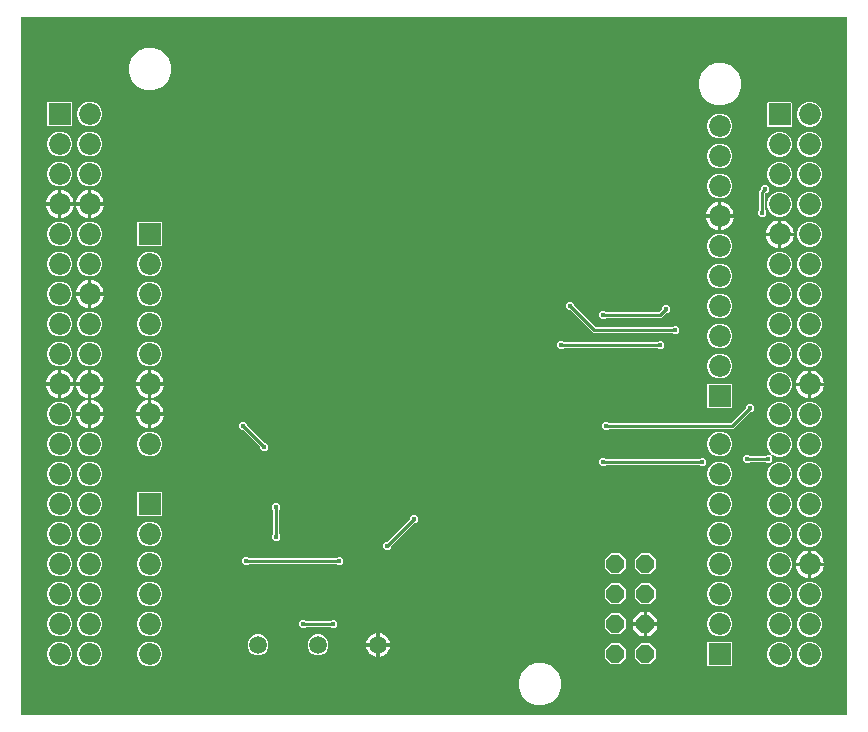
<source format=gbl>
G04 EAGLE Gerber RS-274X export*
G75*
%MOMM*%
%FSLAX34Y34*%
%LPD*%
%INBottom Copper*%
%IPPOS*%
%AMOC8*
5,1,8,0,0,1.08239X$1,22.5*%
G01*
%ADD10P,1.649562X8X292.500000*%
%ADD11R,1.850000X1.850000*%
%ADD12C,1.850000*%
%ADD13C,1.508000*%
%ADD14C,0.452400*%
%ADD15C,0.254000*%

G36*
X701060Y2004D02*
X701060Y2004D01*
X701079Y2002D01*
X701181Y2024D01*
X701283Y2040D01*
X701300Y2050D01*
X701320Y2054D01*
X701409Y2107D01*
X701500Y2156D01*
X701514Y2170D01*
X701531Y2180D01*
X701598Y2259D01*
X701670Y2334D01*
X701678Y2352D01*
X701691Y2367D01*
X701730Y2463D01*
X701773Y2557D01*
X701775Y2577D01*
X701783Y2595D01*
X701801Y2762D01*
X701801Y591498D01*
X701798Y591518D01*
X701800Y591537D01*
X701778Y591639D01*
X701762Y591741D01*
X701752Y591758D01*
X701748Y591778D01*
X701695Y591867D01*
X701646Y591958D01*
X701632Y591972D01*
X701622Y591989D01*
X701543Y592056D01*
X701468Y592128D01*
X701450Y592136D01*
X701435Y592149D01*
X701339Y592188D01*
X701245Y592231D01*
X701225Y592233D01*
X701207Y592241D01*
X701040Y592259D01*
X2762Y592259D01*
X2742Y592256D01*
X2723Y592258D01*
X2621Y592236D01*
X2519Y592220D01*
X2502Y592210D01*
X2482Y592206D01*
X2393Y592153D01*
X2302Y592104D01*
X2288Y592090D01*
X2271Y592080D01*
X2204Y592001D01*
X2132Y591926D01*
X2124Y591908D01*
X2111Y591893D01*
X2072Y591797D01*
X2029Y591703D01*
X2027Y591683D01*
X2019Y591665D01*
X2001Y591498D01*
X2001Y2762D01*
X2004Y2742D01*
X2002Y2723D01*
X2024Y2621D01*
X2040Y2519D01*
X2050Y2502D01*
X2054Y2482D01*
X2107Y2393D01*
X2156Y2302D01*
X2170Y2288D01*
X2180Y2271D01*
X2259Y2204D01*
X2334Y2132D01*
X2352Y2124D01*
X2367Y2111D01*
X2463Y2072D01*
X2557Y2029D01*
X2577Y2027D01*
X2595Y2019D01*
X2762Y2001D01*
X701040Y2001D01*
X701060Y2004D01*
G37*
%LPC*%
G36*
X107684Y530684D02*
X107684Y530684D01*
X101114Y533406D01*
X96086Y538434D01*
X93364Y545004D01*
X93364Y552116D01*
X96086Y558686D01*
X101114Y563714D01*
X107684Y566436D01*
X114796Y566436D01*
X121366Y563714D01*
X126394Y558686D01*
X129116Y552116D01*
X129116Y545004D01*
X126394Y538434D01*
X121366Y533406D01*
X114796Y530684D01*
X107684Y530684D01*
G37*
%LPD*%
%LPC*%
G36*
X590284Y517984D02*
X590284Y517984D01*
X583714Y520706D01*
X578686Y525734D01*
X575964Y532304D01*
X575964Y539416D01*
X578686Y545986D01*
X583714Y551014D01*
X590284Y553736D01*
X597396Y553736D01*
X603966Y551014D01*
X608994Y545986D01*
X611716Y539416D01*
X611716Y532304D01*
X608994Y525734D01*
X603966Y520706D01*
X597396Y517984D01*
X590284Y517984D01*
G37*
%LPD*%
%LPC*%
G36*
X437884Y9984D02*
X437884Y9984D01*
X431314Y12706D01*
X426286Y17734D01*
X423564Y24304D01*
X423564Y31416D01*
X426286Y37986D01*
X431314Y43014D01*
X437884Y45736D01*
X444996Y45736D01*
X451566Y43014D01*
X456594Y37986D01*
X459316Y31416D01*
X459316Y24304D01*
X456594Y17734D01*
X451566Y12706D01*
X444996Y9984D01*
X437884Y9984D01*
G37*
%LPD*%
%LPC*%
G36*
X496377Y242847D02*
X496377Y242847D01*
X494307Y244917D01*
X494307Y247843D01*
X496377Y249913D01*
X499303Y249913D01*
X500072Y249144D01*
X500146Y249091D01*
X500216Y249031D01*
X500246Y249019D01*
X500272Y249000D01*
X500359Y248973D01*
X500444Y248939D01*
X500485Y248935D01*
X500507Y248928D01*
X500539Y248929D01*
X500611Y248921D01*
X603152Y248921D01*
X603242Y248935D01*
X603333Y248943D01*
X603363Y248955D01*
X603395Y248960D01*
X603476Y249003D01*
X603560Y249039D01*
X603592Y249065D01*
X603612Y249076D01*
X603635Y249099D01*
X603691Y249144D01*
X616004Y261457D01*
X616057Y261531D01*
X616117Y261601D01*
X616129Y261631D01*
X616148Y261657D01*
X616175Y261744D01*
X616209Y261829D01*
X616213Y261870D01*
X616220Y261892D01*
X616219Y261924D01*
X616227Y261996D01*
X616227Y263083D01*
X618297Y265153D01*
X621223Y265153D01*
X623293Y263083D01*
X623293Y260157D01*
X621223Y258087D01*
X620136Y258087D01*
X620046Y258073D01*
X619955Y258065D01*
X619925Y258053D01*
X619893Y258048D01*
X619812Y258005D01*
X619728Y257969D01*
X619696Y257943D01*
X619676Y257932D01*
X619653Y257909D01*
X619597Y257864D01*
X605572Y243839D01*
X500611Y243839D01*
X500521Y243825D01*
X500430Y243817D01*
X500400Y243805D01*
X500368Y243800D01*
X500287Y243757D01*
X500203Y243721D01*
X500171Y243695D01*
X500151Y243684D01*
X500128Y243661D01*
X500072Y243616D01*
X499303Y242847D01*
X496377Y242847D01*
G37*
%LPD*%
%LPC*%
G36*
X554797Y324127D02*
X554797Y324127D01*
X554028Y324896D01*
X553954Y324949D01*
X553884Y325009D01*
X553854Y325021D01*
X553828Y325040D01*
X553741Y325067D01*
X553656Y325101D01*
X553615Y325105D01*
X553593Y325112D01*
X553561Y325111D01*
X553489Y325119D01*
X486628Y325119D01*
X467523Y344224D01*
X467449Y344277D01*
X467379Y344337D01*
X467349Y344349D01*
X467323Y344368D01*
X467236Y344395D01*
X467151Y344429D01*
X467110Y344433D01*
X467088Y344440D01*
X467056Y344439D01*
X466984Y344447D01*
X465897Y344447D01*
X463827Y346517D01*
X463827Y349443D01*
X465897Y351513D01*
X468823Y351513D01*
X470893Y349443D01*
X470893Y348356D01*
X470895Y348342D01*
X470894Y348330D01*
X470907Y348271D01*
X470907Y348266D01*
X470915Y348175D01*
X470927Y348145D01*
X470932Y348113D01*
X470975Y348032D01*
X471011Y347948D01*
X471037Y347916D01*
X471048Y347896D01*
X471071Y347873D01*
X471116Y347817D01*
X488509Y330424D01*
X488583Y330371D01*
X488653Y330311D01*
X488683Y330299D01*
X488709Y330280D01*
X488796Y330253D01*
X488881Y330219D01*
X488922Y330215D01*
X488944Y330208D01*
X488976Y330209D01*
X489048Y330201D01*
X553489Y330201D01*
X553579Y330215D01*
X553670Y330223D01*
X553700Y330235D01*
X553732Y330240D01*
X553813Y330283D01*
X553897Y330319D01*
X553929Y330345D01*
X553949Y330356D01*
X553972Y330379D01*
X554028Y330424D01*
X554797Y331193D01*
X557723Y331193D01*
X559793Y329123D01*
X559793Y326197D01*
X557723Y324127D01*
X554797Y324127D01*
G37*
%LPD*%
%LPC*%
G36*
X615757Y214907D02*
X615757Y214907D01*
X613687Y216977D01*
X613687Y219903D01*
X615757Y221973D01*
X618683Y221973D01*
X619452Y221204D01*
X619526Y221151D01*
X619596Y221091D01*
X619626Y221079D01*
X619652Y221060D01*
X619739Y221033D01*
X619824Y220999D01*
X619865Y220995D01*
X619887Y220988D01*
X619919Y220989D01*
X619991Y220981D01*
X632229Y220981D01*
X632319Y220995D01*
X632410Y221003D01*
X632440Y221015D01*
X632472Y221020D01*
X632553Y221063D01*
X632637Y221099D01*
X632669Y221125D01*
X632689Y221136D01*
X632712Y221159D01*
X632768Y221204D01*
X633537Y221973D01*
X636761Y221973D01*
X636832Y221984D01*
X636903Y221986D01*
X636952Y222004D01*
X637004Y222012D01*
X637067Y222046D01*
X637134Y222071D01*
X637175Y222103D01*
X637221Y222128D01*
X637270Y222180D01*
X637326Y222224D01*
X637355Y222268D01*
X637390Y222306D01*
X637421Y222371D01*
X637459Y222431D01*
X637472Y222482D01*
X637494Y222529D01*
X637502Y222600D01*
X637519Y222670D01*
X637515Y222722D01*
X637521Y222773D01*
X637506Y222844D01*
X637500Y222915D01*
X637480Y222963D01*
X637469Y223014D01*
X637432Y223075D01*
X637404Y223141D01*
X637359Y223197D01*
X637343Y223225D01*
X637325Y223240D01*
X637299Y223272D01*
X635721Y224851D01*
X634119Y228717D01*
X634119Y232903D01*
X635721Y236770D01*
X638680Y239729D01*
X642547Y241331D01*
X646733Y241331D01*
X650600Y239729D01*
X653559Y236770D01*
X655161Y232903D01*
X655161Y228717D01*
X653559Y224851D01*
X650600Y221891D01*
X646733Y220289D01*
X642547Y220289D01*
X638571Y221936D01*
X638476Y221959D01*
X638383Y221987D01*
X638357Y221987D01*
X638331Y221993D01*
X638234Y221984D01*
X638137Y221981D01*
X638112Y221972D01*
X638086Y221970D01*
X637998Y221930D01*
X637906Y221897D01*
X637886Y221880D01*
X637862Y221870D01*
X637790Y221804D01*
X637714Y221743D01*
X637700Y221721D01*
X637681Y221703D01*
X637634Y221618D01*
X637581Y221536D01*
X637575Y221511D01*
X637562Y221488D01*
X637545Y221392D01*
X637521Y221297D01*
X637523Y221271D01*
X637518Y221246D01*
X637532Y221149D01*
X637540Y221052D01*
X637550Y221028D01*
X637554Y221002D01*
X637598Y220915D01*
X637636Y220826D01*
X637657Y220800D01*
X637666Y220783D01*
X637689Y220760D01*
X637741Y220695D01*
X638533Y219903D01*
X638533Y216977D01*
X636463Y214907D01*
X633537Y214907D01*
X632768Y215676D01*
X632694Y215729D01*
X632624Y215789D01*
X632594Y215801D01*
X632568Y215820D01*
X632481Y215847D01*
X632396Y215881D01*
X632355Y215885D01*
X632333Y215892D01*
X632301Y215891D01*
X632229Y215899D01*
X619991Y215899D01*
X619901Y215885D01*
X619810Y215877D01*
X619780Y215865D01*
X619748Y215860D01*
X619667Y215817D01*
X619583Y215781D01*
X619551Y215755D01*
X619531Y215744D01*
X619508Y215721D01*
X619452Y215676D01*
X618683Y214907D01*
X615757Y214907D01*
G37*
%LPD*%
%LPC*%
G36*
X493837Y212367D02*
X493837Y212367D01*
X491767Y214437D01*
X491767Y217363D01*
X493837Y219433D01*
X496763Y219433D01*
X497532Y218664D01*
X497606Y218611D01*
X497676Y218551D01*
X497706Y218539D01*
X497732Y218520D01*
X497819Y218493D01*
X497904Y218459D01*
X497945Y218455D01*
X497967Y218448D01*
X497999Y218449D01*
X498071Y218441D01*
X576349Y218441D01*
X576439Y218455D01*
X576530Y218463D01*
X576560Y218475D01*
X576592Y218480D01*
X576673Y218523D01*
X576757Y218559D01*
X576789Y218585D01*
X576809Y218596D01*
X576832Y218619D01*
X576888Y218664D01*
X577657Y219433D01*
X580583Y219433D01*
X582653Y217363D01*
X582653Y214437D01*
X580583Y212367D01*
X577657Y212367D01*
X576888Y213136D01*
X576814Y213189D01*
X576744Y213249D01*
X576714Y213261D01*
X576688Y213280D01*
X576601Y213307D01*
X576516Y213341D01*
X576475Y213345D01*
X576453Y213352D01*
X576421Y213351D01*
X576349Y213359D01*
X498071Y213359D01*
X497981Y213345D01*
X497890Y213337D01*
X497860Y213325D01*
X497828Y213320D01*
X497747Y213277D01*
X497663Y213241D01*
X497631Y213215D01*
X497611Y213204D01*
X497588Y213181D01*
X497532Y213136D01*
X496763Y212367D01*
X493837Y212367D01*
G37*
%LPD*%
%LPC*%
G36*
X458277Y311427D02*
X458277Y311427D01*
X456207Y313497D01*
X456207Y316423D01*
X458277Y318493D01*
X461203Y318493D01*
X461972Y317724D01*
X462046Y317671D01*
X462116Y317611D01*
X462146Y317599D01*
X462172Y317580D01*
X462259Y317553D01*
X462344Y317519D01*
X462385Y317515D01*
X462407Y317508D01*
X462439Y317509D01*
X462511Y317501D01*
X540789Y317501D01*
X540879Y317515D01*
X540970Y317523D01*
X541000Y317535D01*
X541032Y317540D01*
X541113Y317583D01*
X541197Y317619D01*
X541229Y317645D01*
X541250Y317656D01*
X541272Y317679D01*
X541328Y317724D01*
X542097Y318493D01*
X545023Y318493D01*
X547093Y316423D01*
X547093Y313497D01*
X545023Y311427D01*
X542097Y311427D01*
X541328Y312196D01*
X541254Y312249D01*
X541184Y312309D01*
X541154Y312321D01*
X541128Y312340D01*
X541041Y312367D01*
X540956Y312401D01*
X540915Y312405D01*
X540893Y312412D01*
X540861Y312411D01*
X540789Y312419D01*
X462511Y312419D01*
X462421Y312405D01*
X462330Y312397D01*
X462300Y312385D01*
X462268Y312380D01*
X462187Y312337D01*
X462103Y312301D01*
X462071Y312275D01*
X462051Y312264D01*
X462028Y312241D01*
X461972Y312196D01*
X461203Y311427D01*
X458277Y311427D01*
G37*
%LPD*%
%LPC*%
G36*
X191577Y128547D02*
X191577Y128547D01*
X189507Y130617D01*
X189507Y133543D01*
X191577Y135613D01*
X194503Y135613D01*
X195272Y134844D01*
X195346Y134791D01*
X195416Y134731D01*
X195446Y134719D01*
X195472Y134700D01*
X195559Y134673D01*
X195644Y134639D01*
X195685Y134635D01*
X195707Y134628D01*
X195739Y134629D01*
X195811Y134621D01*
X269009Y134621D01*
X269099Y134635D01*
X269190Y134643D01*
X269220Y134655D01*
X269252Y134660D01*
X269333Y134703D01*
X269417Y134739D01*
X269449Y134765D01*
X269469Y134776D01*
X269492Y134799D01*
X269548Y134844D01*
X270317Y135613D01*
X273243Y135613D01*
X275313Y133543D01*
X275313Y130617D01*
X273243Y128547D01*
X270317Y128547D01*
X269548Y129316D01*
X269474Y129369D01*
X269404Y129429D01*
X269374Y129441D01*
X269348Y129460D01*
X269261Y129487D01*
X269176Y129521D01*
X269135Y129525D01*
X269113Y129532D01*
X269081Y129531D01*
X269009Y129539D01*
X195811Y129539D01*
X195721Y129525D01*
X195630Y129517D01*
X195600Y129505D01*
X195568Y129500D01*
X195487Y129457D01*
X195403Y129421D01*
X195371Y129395D01*
X195351Y129384D01*
X195328Y129361D01*
X195272Y129316D01*
X194503Y128547D01*
X191577Y128547D01*
G37*
%LPD*%
%LPC*%
G36*
X101464Y398339D02*
X101464Y398339D01*
X100719Y399084D01*
X100719Y418636D01*
X101464Y419381D01*
X121016Y419381D01*
X121761Y418636D01*
X121761Y399084D01*
X121016Y398339D01*
X101464Y398339D01*
G37*
%LPD*%
%LPC*%
G36*
X25264Y499939D02*
X25264Y499939D01*
X24519Y500684D01*
X24519Y520236D01*
X25264Y520981D01*
X44816Y520981D01*
X45561Y520236D01*
X45561Y500684D01*
X44816Y499939D01*
X25264Y499939D01*
G37*
%LPD*%
%LPC*%
G36*
X584064Y261179D02*
X584064Y261179D01*
X583319Y261924D01*
X583319Y281476D01*
X584064Y282221D01*
X603616Y282221D01*
X604361Y281476D01*
X604361Y261924D01*
X603616Y261179D01*
X584064Y261179D01*
G37*
%LPD*%
%LPC*%
G36*
X634864Y499689D02*
X634864Y499689D01*
X634119Y500434D01*
X634119Y519986D01*
X634864Y520731D01*
X654416Y520731D01*
X655161Y519986D01*
X655161Y500434D01*
X654416Y499689D01*
X634864Y499689D01*
G37*
%LPD*%
%LPC*%
G36*
X584064Y42739D02*
X584064Y42739D01*
X583319Y43484D01*
X583319Y63036D01*
X584064Y63781D01*
X603616Y63781D01*
X604361Y63036D01*
X604361Y43484D01*
X603616Y42739D01*
X584064Y42739D01*
G37*
%LPD*%
%LPC*%
G36*
X101464Y169739D02*
X101464Y169739D01*
X100719Y170484D01*
X100719Y190036D01*
X101464Y190781D01*
X121016Y190781D01*
X121761Y190036D01*
X121761Y170484D01*
X121016Y169739D01*
X101464Y169739D01*
G37*
%LPD*%
%LPC*%
G36*
X58347Y499939D02*
X58347Y499939D01*
X54480Y501541D01*
X51521Y504500D01*
X49919Y508367D01*
X49919Y512553D01*
X51521Y516420D01*
X54480Y519379D01*
X58347Y520981D01*
X62533Y520981D01*
X66400Y519379D01*
X69359Y516420D01*
X70961Y512553D01*
X70961Y508367D01*
X69359Y504500D01*
X66400Y501541D01*
X62533Y499939D01*
X58347Y499939D01*
G37*
%LPD*%
%LPC*%
G36*
X667947Y499689D02*
X667947Y499689D01*
X664080Y501291D01*
X661121Y504251D01*
X659519Y508117D01*
X659519Y512303D01*
X661121Y516170D01*
X664080Y519129D01*
X667947Y520731D01*
X672133Y520731D01*
X676000Y519129D01*
X678959Y516170D01*
X680561Y512303D01*
X680561Y508117D01*
X678959Y504251D01*
X676000Y501291D01*
X672133Y499689D01*
X667947Y499689D01*
G37*
%LPD*%
%LPC*%
G36*
X591747Y489779D02*
X591747Y489779D01*
X587880Y491381D01*
X584921Y494340D01*
X583319Y498207D01*
X583319Y502393D01*
X584921Y506260D01*
X587880Y509219D01*
X591747Y510821D01*
X595933Y510821D01*
X599800Y509219D01*
X602759Y506260D01*
X604361Y502393D01*
X604361Y498207D01*
X602759Y494340D01*
X599800Y491381D01*
X595933Y489779D01*
X591747Y489779D01*
G37*
%LPD*%
%LPC*%
G36*
X58347Y474539D02*
X58347Y474539D01*
X54480Y476141D01*
X51521Y479100D01*
X49919Y482967D01*
X49919Y487153D01*
X51521Y491020D01*
X54480Y493979D01*
X58347Y495581D01*
X62533Y495581D01*
X66400Y493979D01*
X69359Y491020D01*
X70961Y487153D01*
X70961Y482967D01*
X69359Y479100D01*
X66400Y476141D01*
X62533Y474539D01*
X58347Y474539D01*
G37*
%LPD*%
%LPC*%
G36*
X32947Y474539D02*
X32947Y474539D01*
X29080Y476141D01*
X26121Y479100D01*
X24519Y482967D01*
X24519Y487153D01*
X26121Y491020D01*
X29080Y493979D01*
X32947Y495581D01*
X37133Y495581D01*
X41000Y493979D01*
X43959Y491020D01*
X45561Y487153D01*
X45561Y482967D01*
X43959Y479100D01*
X41000Y476141D01*
X37133Y474539D01*
X32947Y474539D01*
G37*
%LPD*%
%LPC*%
G36*
X667947Y474289D02*
X667947Y474289D01*
X664080Y475891D01*
X661121Y478851D01*
X659519Y482717D01*
X659519Y486903D01*
X661121Y490770D01*
X664080Y493729D01*
X667947Y495331D01*
X672133Y495331D01*
X676000Y493729D01*
X678959Y490770D01*
X680561Y486903D01*
X680561Y482717D01*
X678959Y478851D01*
X676000Y475891D01*
X672133Y474289D01*
X667947Y474289D01*
G37*
%LPD*%
%LPC*%
G36*
X642547Y474289D02*
X642547Y474289D01*
X638680Y475891D01*
X635721Y478851D01*
X634119Y482717D01*
X634119Y486903D01*
X635721Y490770D01*
X638680Y493729D01*
X642547Y495331D01*
X646733Y495331D01*
X650600Y493729D01*
X653559Y490770D01*
X655161Y486903D01*
X655161Y482717D01*
X653559Y478851D01*
X650600Y475891D01*
X646733Y474289D01*
X642547Y474289D01*
G37*
%LPD*%
%LPC*%
G36*
X591747Y464379D02*
X591747Y464379D01*
X587880Y465981D01*
X584921Y468940D01*
X583319Y472807D01*
X583319Y476993D01*
X584921Y480860D01*
X587880Y483819D01*
X591747Y485421D01*
X595933Y485421D01*
X599800Y483819D01*
X602759Y480860D01*
X604361Y476993D01*
X604361Y472807D01*
X602759Y468940D01*
X599800Y465981D01*
X595933Y464379D01*
X591747Y464379D01*
G37*
%LPD*%
%LPC*%
G36*
X58347Y449139D02*
X58347Y449139D01*
X54480Y450741D01*
X51521Y453700D01*
X49919Y457567D01*
X49919Y461753D01*
X51521Y465620D01*
X54480Y468579D01*
X58347Y470181D01*
X62533Y470181D01*
X66400Y468579D01*
X69359Y465620D01*
X70961Y461753D01*
X70961Y457567D01*
X69359Y453700D01*
X66400Y450741D01*
X62533Y449139D01*
X58347Y449139D01*
G37*
%LPD*%
%LPC*%
G36*
X32947Y449139D02*
X32947Y449139D01*
X29080Y450741D01*
X26121Y453700D01*
X24519Y457567D01*
X24519Y461753D01*
X26121Y465620D01*
X29080Y468579D01*
X32947Y470181D01*
X37133Y470181D01*
X41000Y468579D01*
X43959Y465620D01*
X45561Y461753D01*
X45561Y457567D01*
X43959Y453700D01*
X41000Y450741D01*
X37133Y449139D01*
X32947Y449139D01*
G37*
%LPD*%
%LPC*%
G36*
X667947Y448889D02*
X667947Y448889D01*
X664080Y450491D01*
X661121Y453451D01*
X659519Y457317D01*
X659519Y461503D01*
X661121Y465370D01*
X664080Y468329D01*
X667947Y469931D01*
X672133Y469931D01*
X676000Y468329D01*
X678959Y465370D01*
X680561Y461503D01*
X680561Y457317D01*
X678959Y453451D01*
X676000Y450491D01*
X672133Y448889D01*
X667947Y448889D01*
G37*
%LPD*%
%LPC*%
G36*
X642547Y448889D02*
X642547Y448889D01*
X638680Y450491D01*
X635721Y453451D01*
X634119Y457317D01*
X634119Y461503D01*
X635721Y465370D01*
X638680Y468329D01*
X642547Y469931D01*
X646733Y469931D01*
X650600Y468329D01*
X653559Y465370D01*
X655161Y461503D01*
X655161Y457317D01*
X653559Y453451D01*
X650600Y450491D01*
X646733Y448889D01*
X642547Y448889D01*
G37*
%LPD*%
%LPC*%
G36*
X591747Y438979D02*
X591747Y438979D01*
X587880Y440581D01*
X584921Y443540D01*
X583319Y447407D01*
X583319Y451593D01*
X584921Y455460D01*
X587880Y458419D01*
X591747Y460021D01*
X595933Y460021D01*
X599800Y458419D01*
X602759Y455460D01*
X604361Y451593D01*
X604361Y447407D01*
X602759Y443540D01*
X599800Y440581D01*
X595933Y438979D01*
X591747Y438979D01*
G37*
%LPD*%
%LPC*%
G36*
X32947Y195139D02*
X32947Y195139D01*
X29080Y196741D01*
X26121Y199700D01*
X24519Y203567D01*
X24519Y207753D01*
X26121Y211620D01*
X29080Y214579D01*
X32947Y216181D01*
X37133Y216181D01*
X41000Y214579D01*
X43959Y211620D01*
X45561Y207753D01*
X45561Y203567D01*
X43959Y199700D01*
X41000Y196741D01*
X37133Y195139D01*
X32947Y195139D01*
G37*
%LPD*%
%LPC*%
G36*
X667947Y194889D02*
X667947Y194889D01*
X664080Y196491D01*
X661121Y199451D01*
X659519Y203317D01*
X659519Y207503D01*
X661121Y211370D01*
X664080Y214329D01*
X667947Y215931D01*
X672133Y215931D01*
X676000Y214329D01*
X678959Y211370D01*
X680561Y207503D01*
X680561Y203317D01*
X678959Y199451D01*
X676000Y196491D01*
X672133Y194889D01*
X667947Y194889D01*
G37*
%LPD*%
%LPC*%
G36*
X642547Y194889D02*
X642547Y194889D01*
X638680Y196491D01*
X635721Y199451D01*
X634119Y203317D01*
X634119Y207503D01*
X635721Y211370D01*
X638680Y214329D01*
X642547Y215931D01*
X646733Y215931D01*
X650600Y214329D01*
X653559Y211370D01*
X655161Y207503D01*
X655161Y203317D01*
X653559Y199451D01*
X650600Y196491D01*
X646733Y194889D01*
X642547Y194889D01*
G37*
%LPD*%
%LPC*%
G36*
X591747Y169739D02*
X591747Y169739D01*
X587880Y171341D01*
X584921Y174300D01*
X583319Y178167D01*
X583319Y182353D01*
X584921Y186220D01*
X587880Y189179D01*
X591747Y190781D01*
X595933Y190781D01*
X599800Y189179D01*
X602759Y186220D01*
X604361Y182353D01*
X604361Y178167D01*
X602759Y174300D01*
X599800Y171341D01*
X595933Y169739D01*
X591747Y169739D01*
G37*
%LPD*%
%LPC*%
G36*
X58347Y169739D02*
X58347Y169739D01*
X54480Y171341D01*
X51521Y174300D01*
X49919Y178167D01*
X49919Y182353D01*
X51521Y186220D01*
X54480Y189179D01*
X58347Y190781D01*
X62533Y190781D01*
X66400Y189179D01*
X69359Y186220D01*
X70961Y182353D01*
X70961Y178167D01*
X69359Y174300D01*
X66400Y171341D01*
X62533Y169739D01*
X58347Y169739D01*
G37*
%LPD*%
%LPC*%
G36*
X667947Y423489D02*
X667947Y423489D01*
X664080Y425091D01*
X661121Y428051D01*
X659519Y431917D01*
X659519Y436103D01*
X661121Y439970D01*
X664080Y442929D01*
X667947Y444531D01*
X672133Y444531D01*
X676000Y442929D01*
X678959Y439970D01*
X680561Y436103D01*
X680561Y431917D01*
X678959Y428051D01*
X676000Y425091D01*
X672133Y423489D01*
X667947Y423489D01*
G37*
%LPD*%
%LPC*%
G36*
X642547Y423489D02*
X642547Y423489D01*
X638680Y425091D01*
X635721Y428051D01*
X634119Y431917D01*
X634119Y436103D01*
X635721Y439970D01*
X638680Y442929D01*
X642547Y444531D01*
X646733Y444531D01*
X650600Y442929D01*
X653559Y439970D01*
X655161Y436103D01*
X655161Y431917D01*
X653559Y428051D01*
X650600Y425091D01*
X646733Y423489D01*
X642547Y423489D01*
G37*
%LPD*%
%LPC*%
G36*
X32947Y169739D02*
X32947Y169739D01*
X29080Y171341D01*
X26121Y174300D01*
X24519Y178167D01*
X24519Y182353D01*
X26121Y186220D01*
X29080Y189179D01*
X32947Y190781D01*
X37133Y190781D01*
X41000Y189179D01*
X43959Y186220D01*
X45561Y182353D01*
X45561Y178167D01*
X43959Y174300D01*
X41000Y171341D01*
X37133Y169739D01*
X32947Y169739D01*
G37*
%LPD*%
%LPC*%
G36*
X667947Y169489D02*
X667947Y169489D01*
X664080Y171091D01*
X661121Y174051D01*
X659519Y177917D01*
X659519Y182103D01*
X661121Y185970D01*
X664080Y188929D01*
X667947Y190531D01*
X672133Y190531D01*
X676000Y188929D01*
X678959Y185970D01*
X680561Y182103D01*
X680561Y177917D01*
X678959Y174051D01*
X676000Y171091D01*
X672133Y169489D01*
X667947Y169489D01*
G37*
%LPD*%
%LPC*%
G36*
X642547Y169489D02*
X642547Y169489D01*
X638680Y171091D01*
X635721Y174051D01*
X634119Y177917D01*
X634119Y182103D01*
X635721Y185970D01*
X638680Y188929D01*
X642547Y190531D01*
X646733Y190531D01*
X650600Y188929D01*
X653559Y185970D01*
X655161Y182103D01*
X655161Y177917D01*
X653559Y174051D01*
X650600Y171091D01*
X646733Y169489D01*
X642547Y169489D01*
G37*
%LPD*%
%LPC*%
G36*
X591747Y144339D02*
X591747Y144339D01*
X587880Y145941D01*
X584921Y148900D01*
X583319Y152767D01*
X583319Y156953D01*
X584921Y160820D01*
X587880Y163779D01*
X591747Y165381D01*
X595933Y165381D01*
X599800Y163779D01*
X602759Y160820D01*
X604361Y156953D01*
X604361Y152767D01*
X602759Y148900D01*
X599800Y145941D01*
X595933Y144339D01*
X591747Y144339D01*
G37*
%LPD*%
%LPC*%
G36*
X109147Y144339D02*
X109147Y144339D01*
X105280Y145941D01*
X102321Y148900D01*
X100719Y152767D01*
X100719Y156953D01*
X102321Y160820D01*
X105280Y163779D01*
X109147Y165381D01*
X113333Y165381D01*
X117200Y163779D01*
X120159Y160820D01*
X121761Y156953D01*
X121761Y152767D01*
X120159Y148900D01*
X117200Y145941D01*
X113333Y144339D01*
X109147Y144339D01*
G37*
%LPD*%
%LPC*%
G36*
X58347Y144339D02*
X58347Y144339D01*
X54480Y145941D01*
X51521Y148900D01*
X49919Y152767D01*
X49919Y156953D01*
X51521Y160820D01*
X54480Y163779D01*
X58347Y165381D01*
X62533Y165381D01*
X66400Y163779D01*
X69359Y160820D01*
X70961Y156953D01*
X70961Y152767D01*
X69359Y148900D01*
X66400Y145941D01*
X62533Y144339D01*
X58347Y144339D01*
G37*
%LPD*%
%LPC*%
G36*
X32947Y144339D02*
X32947Y144339D01*
X29080Y145941D01*
X26121Y148900D01*
X24519Y152767D01*
X24519Y156953D01*
X26121Y160820D01*
X29080Y163779D01*
X32947Y165381D01*
X37133Y165381D01*
X41000Y163779D01*
X43959Y160820D01*
X45561Y156953D01*
X45561Y152767D01*
X43959Y148900D01*
X41000Y145941D01*
X37133Y144339D01*
X32947Y144339D01*
G37*
%LPD*%
%LPC*%
G36*
X667947Y144089D02*
X667947Y144089D01*
X664080Y145691D01*
X661121Y148651D01*
X659519Y152517D01*
X659519Y156703D01*
X661121Y160570D01*
X664080Y163529D01*
X667947Y165131D01*
X672133Y165131D01*
X676000Y163529D01*
X678959Y160570D01*
X680561Y156703D01*
X680561Y152517D01*
X678959Y148651D01*
X676000Y145691D01*
X672133Y144089D01*
X667947Y144089D01*
G37*
%LPD*%
%LPC*%
G36*
X642547Y144089D02*
X642547Y144089D01*
X638680Y145691D01*
X635721Y148651D01*
X634119Y152517D01*
X634119Y156703D01*
X635721Y160570D01*
X638680Y163529D01*
X642547Y165131D01*
X646733Y165131D01*
X650600Y163529D01*
X653559Y160570D01*
X655161Y156703D01*
X655161Y152517D01*
X653559Y148651D01*
X650600Y145691D01*
X646733Y144089D01*
X642547Y144089D01*
G37*
%LPD*%
%LPC*%
G36*
X58347Y118939D02*
X58347Y118939D01*
X54480Y120541D01*
X51521Y123500D01*
X49919Y127367D01*
X49919Y131553D01*
X51521Y135420D01*
X54480Y138379D01*
X58347Y139981D01*
X62533Y139981D01*
X66400Y138379D01*
X69359Y135420D01*
X70961Y131553D01*
X70961Y127367D01*
X69359Y123500D01*
X66400Y120541D01*
X62533Y118939D01*
X58347Y118939D01*
G37*
%LPD*%
%LPC*%
G36*
X591747Y118939D02*
X591747Y118939D01*
X587880Y120541D01*
X584921Y123500D01*
X583319Y127367D01*
X583319Y131553D01*
X584921Y135420D01*
X587880Y138379D01*
X591747Y139981D01*
X595933Y139981D01*
X599800Y138379D01*
X602759Y135420D01*
X604361Y131553D01*
X604361Y127367D01*
X602759Y123500D01*
X599800Y120541D01*
X595933Y118939D01*
X591747Y118939D01*
G37*
%LPD*%
%LPC*%
G36*
X109147Y118939D02*
X109147Y118939D01*
X105280Y120541D01*
X102321Y123500D01*
X100719Y127367D01*
X100719Y131553D01*
X102321Y135420D01*
X105280Y138379D01*
X109147Y139981D01*
X113333Y139981D01*
X117200Y138379D01*
X120159Y135420D01*
X121761Y131553D01*
X121761Y127367D01*
X120159Y123500D01*
X117200Y120541D01*
X113333Y118939D01*
X109147Y118939D01*
G37*
%LPD*%
%LPC*%
G36*
X642547Y118689D02*
X642547Y118689D01*
X638680Y120291D01*
X635721Y123251D01*
X634119Y127117D01*
X634119Y131303D01*
X635721Y135170D01*
X638680Y138129D01*
X642547Y139731D01*
X646733Y139731D01*
X650600Y138129D01*
X653559Y135170D01*
X655161Y131303D01*
X655161Y127117D01*
X653559Y123251D01*
X650600Y120291D01*
X646733Y118689D01*
X642547Y118689D01*
G37*
%LPD*%
%LPC*%
G36*
X58347Y398339D02*
X58347Y398339D01*
X54480Y399941D01*
X51521Y402900D01*
X49919Y406767D01*
X49919Y410953D01*
X51521Y414820D01*
X54480Y417779D01*
X58347Y419381D01*
X62533Y419381D01*
X66400Y417779D01*
X69359Y414820D01*
X70961Y410953D01*
X70961Y406767D01*
X69359Y402900D01*
X66400Y399941D01*
X62533Y398339D01*
X58347Y398339D01*
G37*
%LPD*%
%LPC*%
G36*
X32947Y398339D02*
X32947Y398339D01*
X29080Y399941D01*
X26121Y402900D01*
X24519Y406767D01*
X24519Y410953D01*
X26121Y414820D01*
X29080Y417779D01*
X32947Y419381D01*
X37133Y419381D01*
X41000Y417779D01*
X43959Y414820D01*
X45561Y410953D01*
X45561Y406767D01*
X43959Y402900D01*
X41000Y399941D01*
X37133Y398339D01*
X32947Y398339D01*
G37*
%LPD*%
%LPC*%
G36*
X667947Y398089D02*
X667947Y398089D01*
X664080Y399691D01*
X661121Y402651D01*
X659519Y406517D01*
X659519Y410703D01*
X661121Y414570D01*
X664080Y417529D01*
X667947Y419131D01*
X672133Y419131D01*
X676000Y417529D01*
X678959Y414570D01*
X680561Y410703D01*
X680561Y406517D01*
X678959Y402651D01*
X676000Y399691D01*
X672133Y398089D01*
X667947Y398089D01*
G37*
%LPD*%
%LPC*%
G36*
X591747Y388179D02*
X591747Y388179D01*
X587880Y389781D01*
X584921Y392740D01*
X583319Y396607D01*
X583319Y400793D01*
X584921Y404660D01*
X587880Y407619D01*
X591747Y409221D01*
X595933Y409221D01*
X599800Y407619D01*
X602759Y404660D01*
X604361Y400793D01*
X604361Y396607D01*
X602759Y392740D01*
X599800Y389781D01*
X595933Y388179D01*
X591747Y388179D01*
G37*
%LPD*%
%LPC*%
G36*
X591747Y93539D02*
X591747Y93539D01*
X587880Y95141D01*
X584921Y98100D01*
X583319Y101967D01*
X583319Y106153D01*
X584921Y110020D01*
X587880Y112979D01*
X591747Y114581D01*
X595933Y114581D01*
X599800Y112979D01*
X602759Y110020D01*
X604361Y106153D01*
X604361Y101967D01*
X602759Y98100D01*
X599800Y95141D01*
X595933Y93539D01*
X591747Y93539D01*
G37*
%LPD*%
%LPC*%
G36*
X109147Y93539D02*
X109147Y93539D01*
X105280Y95141D01*
X102321Y98100D01*
X100719Y101967D01*
X100719Y106153D01*
X102321Y110020D01*
X105280Y112979D01*
X109147Y114581D01*
X113333Y114581D01*
X117200Y112979D01*
X120159Y110020D01*
X121761Y106153D01*
X121761Y101967D01*
X120159Y98100D01*
X117200Y95141D01*
X113333Y93539D01*
X109147Y93539D01*
G37*
%LPD*%
%LPC*%
G36*
X58347Y93539D02*
X58347Y93539D01*
X54480Y95141D01*
X51521Y98100D01*
X49919Y101967D01*
X49919Y106153D01*
X51521Y110020D01*
X54480Y112979D01*
X58347Y114581D01*
X62533Y114581D01*
X66400Y112979D01*
X69359Y110020D01*
X70961Y106153D01*
X70961Y101967D01*
X69359Y98100D01*
X66400Y95141D01*
X62533Y93539D01*
X58347Y93539D01*
G37*
%LPD*%
%LPC*%
G36*
X109147Y372939D02*
X109147Y372939D01*
X105280Y374541D01*
X102321Y377500D01*
X100719Y381367D01*
X100719Y385553D01*
X102321Y389420D01*
X105280Y392379D01*
X109147Y393981D01*
X113333Y393981D01*
X117200Y392379D01*
X120159Y389420D01*
X121761Y385553D01*
X121761Y381367D01*
X120159Y377500D01*
X117200Y374541D01*
X113333Y372939D01*
X109147Y372939D01*
G37*
%LPD*%
%LPC*%
G36*
X58347Y372939D02*
X58347Y372939D01*
X54480Y374541D01*
X51521Y377500D01*
X49919Y381367D01*
X49919Y385553D01*
X51521Y389420D01*
X54480Y392379D01*
X58347Y393981D01*
X62533Y393981D01*
X66400Y392379D01*
X69359Y389420D01*
X70961Y385553D01*
X70961Y381367D01*
X69359Y377500D01*
X66400Y374541D01*
X62533Y372939D01*
X58347Y372939D01*
G37*
%LPD*%
%LPC*%
G36*
X32947Y372939D02*
X32947Y372939D01*
X29080Y374541D01*
X26121Y377500D01*
X24519Y381367D01*
X24519Y385553D01*
X26121Y389420D01*
X29080Y392379D01*
X32947Y393981D01*
X37133Y393981D01*
X41000Y392379D01*
X43959Y389420D01*
X45561Y385553D01*
X45561Y381367D01*
X43959Y377500D01*
X41000Y374541D01*
X37133Y372939D01*
X32947Y372939D01*
G37*
%LPD*%
%LPC*%
G36*
X667947Y372689D02*
X667947Y372689D01*
X664080Y374291D01*
X661121Y377251D01*
X659519Y381117D01*
X659519Y385303D01*
X661121Y389170D01*
X664080Y392129D01*
X667947Y393731D01*
X672133Y393731D01*
X676000Y392129D01*
X678959Y389170D01*
X680561Y385303D01*
X680561Y381117D01*
X678959Y377251D01*
X676000Y374291D01*
X672133Y372689D01*
X667947Y372689D01*
G37*
%LPD*%
%LPC*%
G36*
X642547Y372689D02*
X642547Y372689D01*
X638680Y374291D01*
X635721Y377251D01*
X634119Y381117D01*
X634119Y385303D01*
X635721Y389170D01*
X638680Y392129D01*
X642547Y393731D01*
X646733Y393731D01*
X650600Y392129D01*
X653559Y389170D01*
X655161Y385303D01*
X655161Y381117D01*
X653559Y377251D01*
X650600Y374291D01*
X646733Y372689D01*
X642547Y372689D01*
G37*
%LPD*%
%LPC*%
G36*
X591747Y362779D02*
X591747Y362779D01*
X587880Y364381D01*
X584921Y367340D01*
X583319Y371207D01*
X583319Y375393D01*
X584921Y379260D01*
X587880Y382219D01*
X591747Y383821D01*
X595933Y383821D01*
X599800Y382219D01*
X602759Y379260D01*
X604361Y375393D01*
X604361Y371207D01*
X602759Y367340D01*
X599800Y364381D01*
X595933Y362779D01*
X591747Y362779D01*
G37*
%LPD*%
%LPC*%
G36*
X32947Y93539D02*
X32947Y93539D01*
X29080Y95141D01*
X26121Y98100D01*
X24519Y101967D01*
X24519Y106153D01*
X26121Y110020D01*
X29080Y112979D01*
X32947Y114581D01*
X37133Y114581D01*
X41000Y112979D01*
X43959Y110020D01*
X45561Y106153D01*
X45561Y101967D01*
X43959Y98100D01*
X41000Y95141D01*
X37133Y93539D01*
X32947Y93539D01*
G37*
%LPD*%
%LPC*%
G36*
X667947Y93289D02*
X667947Y93289D01*
X664080Y94891D01*
X661121Y97851D01*
X659519Y101717D01*
X659519Y105903D01*
X661121Y109770D01*
X664080Y112729D01*
X667947Y114331D01*
X672133Y114331D01*
X676000Y112729D01*
X678959Y109770D01*
X680561Y105903D01*
X680561Y101717D01*
X678959Y97851D01*
X676000Y94891D01*
X672133Y93289D01*
X667947Y93289D01*
G37*
%LPD*%
%LPC*%
G36*
X109147Y347539D02*
X109147Y347539D01*
X105280Y349141D01*
X102321Y352100D01*
X100719Y355967D01*
X100719Y360153D01*
X102321Y364020D01*
X105280Y366979D01*
X109147Y368581D01*
X113333Y368581D01*
X117200Y366979D01*
X120159Y364020D01*
X121761Y360153D01*
X121761Y355967D01*
X120159Y352100D01*
X117200Y349141D01*
X113333Y347539D01*
X109147Y347539D01*
G37*
%LPD*%
%LPC*%
G36*
X32947Y347539D02*
X32947Y347539D01*
X29080Y349141D01*
X26121Y352100D01*
X24519Y355967D01*
X24519Y360153D01*
X26121Y364020D01*
X29080Y366979D01*
X32947Y368581D01*
X37133Y368581D01*
X41000Y366979D01*
X43959Y364020D01*
X45561Y360153D01*
X45561Y355967D01*
X43959Y352100D01*
X41000Y349141D01*
X37133Y347539D01*
X32947Y347539D01*
G37*
%LPD*%
%LPC*%
G36*
X667947Y347289D02*
X667947Y347289D01*
X664080Y348891D01*
X661121Y351851D01*
X659519Y355717D01*
X659519Y359903D01*
X661121Y363770D01*
X664080Y366729D01*
X667947Y368331D01*
X672133Y368331D01*
X676000Y366729D01*
X678959Y363770D01*
X680561Y359903D01*
X680561Y355717D01*
X678959Y351851D01*
X676000Y348891D01*
X672133Y347289D01*
X667947Y347289D01*
G37*
%LPD*%
%LPC*%
G36*
X642547Y347289D02*
X642547Y347289D01*
X638680Y348891D01*
X635721Y351851D01*
X634119Y355717D01*
X634119Y359903D01*
X635721Y363770D01*
X638680Y366729D01*
X642547Y368331D01*
X646733Y368331D01*
X650600Y366729D01*
X653559Y363770D01*
X655161Y359903D01*
X655161Y355717D01*
X653559Y351851D01*
X650600Y348891D01*
X646733Y347289D01*
X642547Y347289D01*
G37*
%LPD*%
%LPC*%
G36*
X591747Y337379D02*
X591747Y337379D01*
X587880Y338981D01*
X584921Y341940D01*
X583319Y345807D01*
X583319Y349993D01*
X584921Y353860D01*
X587880Y356819D01*
X591747Y358421D01*
X595933Y358421D01*
X599800Y356819D01*
X602759Y353860D01*
X604361Y349993D01*
X604361Y345807D01*
X602759Y341940D01*
X599800Y338981D01*
X595933Y337379D01*
X591747Y337379D01*
G37*
%LPD*%
%LPC*%
G36*
X642547Y93289D02*
X642547Y93289D01*
X638680Y94891D01*
X635721Y97851D01*
X634119Y101717D01*
X634119Y105903D01*
X635721Y109770D01*
X638680Y112729D01*
X642547Y114331D01*
X646733Y114331D01*
X650600Y112729D01*
X653559Y109770D01*
X655161Y105903D01*
X655161Y101717D01*
X653559Y97851D01*
X650600Y94891D01*
X646733Y93289D01*
X642547Y93289D01*
G37*
%LPD*%
%LPC*%
G36*
X591747Y68139D02*
X591747Y68139D01*
X587880Y69741D01*
X584921Y72700D01*
X583319Y76567D01*
X583319Y80753D01*
X584921Y84620D01*
X587880Y87579D01*
X591747Y89181D01*
X595933Y89181D01*
X599800Y87579D01*
X602759Y84620D01*
X604361Y80753D01*
X604361Y76567D01*
X602759Y72700D01*
X599800Y69741D01*
X595933Y68139D01*
X591747Y68139D01*
G37*
%LPD*%
%LPC*%
G36*
X109147Y68139D02*
X109147Y68139D01*
X105280Y69741D01*
X102321Y72700D01*
X100719Y76567D01*
X100719Y80753D01*
X102321Y84620D01*
X105280Y87579D01*
X109147Y89181D01*
X113333Y89181D01*
X117200Y87579D01*
X120159Y84620D01*
X121761Y80753D01*
X121761Y76567D01*
X120159Y72700D01*
X117200Y69741D01*
X113333Y68139D01*
X109147Y68139D01*
G37*
%LPD*%
%LPC*%
G36*
X58347Y68139D02*
X58347Y68139D01*
X54480Y69741D01*
X51521Y72700D01*
X49919Y76567D01*
X49919Y80753D01*
X51521Y84620D01*
X54480Y87579D01*
X58347Y89181D01*
X62533Y89181D01*
X66400Y87579D01*
X69359Y84620D01*
X70961Y80753D01*
X70961Y76567D01*
X69359Y72700D01*
X66400Y69741D01*
X62533Y68139D01*
X58347Y68139D01*
G37*
%LPD*%
%LPC*%
G36*
X109147Y322139D02*
X109147Y322139D01*
X105280Y323741D01*
X102321Y326700D01*
X100719Y330567D01*
X100719Y334753D01*
X102321Y338620D01*
X105280Y341579D01*
X109147Y343181D01*
X113333Y343181D01*
X117200Y341579D01*
X120159Y338620D01*
X121761Y334753D01*
X121761Y330567D01*
X120159Y326700D01*
X117200Y323741D01*
X113333Y322139D01*
X109147Y322139D01*
G37*
%LPD*%
%LPC*%
G36*
X58347Y322139D02*
X58347Y322139D01*
X54480Y323741D01*
X51521Y326700D01*
X49919Y330567D01*
X49919Y334753D01*
X51521Y338620D01*
X54480Y341579D01*
X58347Y343181D01*
X62533Y343181D01*
X66400Y341579D01*
X69359Y338620D01*
X70961Y334753D01*
X70961Y330567D01*
X69359Y326700D01*
X66400Y323741D01*
X62533Y322139D01*
X58347Y322139D01*
G37*
%LPD*%
%LPC*%
G36*
X32947Y322139D02*
X32947Y322139D01*
X29080Y323741D01*
X26121Y326700D01*
X24519Y330567D01*
X24519Y334753D01*
X26121Y338620D01*
X29080Y341579D01*
X32947Y343181D01*
X37133Y343181D01*
X41000Y341579D01*
X43959Y338620D01*
X45561Y334753D01*
X45561Y330567D01*
X43959Y326700D01*
X41000Y323741D01*
X37133Y322139D01*
X32947Y322139D01*
G37*
%LPD*%
%LPC*%
G36*
X667947Y321889D02*
X667947Y321889D01*
X664080Y323491D01*
X661121Y326451D01*
X659519Y330317D01*
X659519Y334503D01*
X661121Y338370D01*
X664080Y341329D01*
X667947Y342931D01*
X672133Y342931D01*
X676000Y341329D01*
X678959Y338370D01*
X680561Y334503D01*
X680561Y330317D01*
X678959Y326451D01*
X676000Y323491D01*
X672133Y321889D01*
X667947Y321889D01*
G37*
%LPD*%
%LPC*%
G36*
X642547Y321889D02*
X642547Y321889D01*
X638680Y323491D01*
X635721Y326451D01*
X634119Y330317D01*
X634119Y334503D01*
X635721Y338370D01*
X638680Y341329D01*
X642547Y342931D01*
X646733Y342931D01*
X650600Y341329D01*
X653559Y338370D01*
X655161Y334503D01*
X655161Y330317D01*
X653559Y326451D01*
X650600Y323491D01*
X646733Y321889D01*
X642547Y321889D01*
G37*
%LPD*%
%LPC*%
G36*
X591747Y311979D02*
X591747Y311979D01*
X587880Y313581D01*
X584921Y316540D01*
X583319Y320407D01*
X583319Y324593D01*
X584921Y328460D01*
X587880Y331419D01*
X591747Y333021D01*
X595933Y333021D01*
X599800Y331419D01*
X602759Y328460D01*
X604361Y324593D01*
X604361Y320407D01*
X602759Y316540D01*
X599800Y313581D01*
X595933Y311979D01*
X591747Y311979D01*
G37*
%LPD*%
%LPC*%
G36*
X109147Y296739D02*
X109147Y296739D01*
X105280Y298341D01*
X102321Y301300D01*
X100719Y305167D01*
X100719Y309353D01*
X102321Y313220D01*
X105280Y316179D01*
X109147Y317781D01*
X113333Y317781D01*
X117200Y316179D01*
X120159Y313220D01*
X121761Y309353D01*
X121761Y305167D01*
X120159Y301300D01*
X117200Y298341D01*
X113333Y296739D01*
X109147Y296739D01*
G37*
%LPD*%
%LPC*%
G36*
X58347Y296739D02*
X58347Y296739D01*
X54480Y298341D01*
X51521Y301300D01*
X49919Y305167D01*
X49919Y309353D01*
X51521Y313220D01*
X54480Y316179D01*
X58347Y317781D01*
X62533Y317781D01*
X66400Y316179D01*
X69359Y313220D01*
X70961Y309353D01*
X70961Y305167D01*
X69359Y301300D01*
X66400Y298341D01*
X62533Y296739D01*
X58347Y296739D01*
G37*
%LPD*%
%LPC*%
G36*
X32947Y296739D02*
X32947Y296739D01*
X29080Y298341D01*
X26121Y301300D01*
X24519Y305167D01*
X24519Y309353D01*
X26121Y313220D01*
X29080Y316179D01*
X32947Y317781D01*
X37133Y317781D01*
X41000Y316179D01*
X43959Y313220D01*
X45561Y309353D01*
X45561Y305167D01*
X43959Y301300D01*
X41000Y298341D01*
X37133Y296739D01*
X32947Y296739D01*
G37*
%LPD*%
%LPC*%
G36*
X667947Y296489D02*
X667947Y296489D01*
X664080Y298091D01*
X661121Y301051D01*
X659519Y304917D01*
X659519Y309103D01*
X661121Y312970D01*
X664080Y315929D01*
X667947Y317531D01*
X672133Y317531D01*
X676000Y315929D01*
X678959Y312970D01*
X680561Y309103D01*
X680561Y304917D01*
X678959Y301051D01*
X676000Y298091D01*
X672133Y296489D01*
X667947Y296489D01*
G37*
%LPD*%
%LPC*%
G36*
X642547Y296489D02*
X642547Y296489D01*
X638680Y298091D01*
X635721Y301051D01*
X634119Y304917D01*
X634119Y309103D01*
X635721Y312970D01*
X638680Y315929D01*
X642547Y317531D01*
X646733Y317531D01*
X650600Y315929D01*
X653559Y312970D01*
X655161Y309103D01*
X655161Y304917D01*
X653559Y301051D01*
X650600Y298091D01*
X646733Y296489D01*
X642547Y296489D01*
G37*
%LPD*%
%LPC*%
G36*
X591747Y286579D02*
X591747Y286579D01*
X587880Y288181D01*
X584921Y291140D01*
X583319Y295007D01*
X583319Y299193D01*
X584921Y303060D01*
X587880Y306019D01*
X591747Y307621D01*
X595933Y307621D01*
X599800Y306019D01*
X602759Y303060D01*
X604361Y299193D01*
X604361Y295007D01*
X602759Y291140D01*
X599800Y288181D01*
X595933Y286579D01*
X591747Y286579D01*
G37*
%LPD*%
%LPC*%
G36*
X32947Y68139D02*
X32947Y68139D01*
X29080Y69741D01*
X26121Y72700D01*
X24519Y76567D01*
X24519Y80753D01*
X26121Y84620D01*
X29080Y87579D01*
X32947Y89181D01*
X37133Y89181D01*
X41000Y87579D01*
X43959Y84620D01*
X45561Y80753D01*
X45561Y76567D01*
X43959Y72700D01*
X41000Y69741D01*
X37133Y68139D01*
X32947Y68139D01*
G37*
%LPD*%
%LPC*%
G36*
X667947Y67889D02*
X667947Y67889D01*
X664080Y69491D01*
X661121Y72451D01*
X659519Y76317D01*
X659519Y80503D01*
X661121Y84370D01*
X664080Y87329D01*
X667947Y88931D01*
X672133Y88931D01*
X676000Y87329D01*
X678959Y84370D01*
X680561Y80503D01*
X680561Y76317D01*
X678959Y72451D01*
X676000Y69491D01*
X672133Y67889D01*
X667947Y67889D01*
G37*
%LPD*%
%LPC*%
G36*
X32947Y118939D02*
X32947Y118939D01*
X29080Y120541D01*
X26121Y123500D01*
X24519Y127367D01*
X24519Y131553D01*
X26121Y135420D01*
X29080Y138379D01*
X32947Y139981D01*
X37133Y139981D01*
X41000Y138379D01*
X43959Y135420D01*
X45561Y131553D01*
X45561Y127367D01*
X43959Y123500D01*
X41000Y120541D01*
X37133Y118939D01*
X32947Y118939D01*
G37*
%LPD*%
%LPC*%
G36*
X109147Y42739D02*
X109147Y42739D01*
X105280Y44341D01*
X102321Y47300D01*
X100719Y51167D01*
X100719Y55353D01*
X102321Y59220D01*
X105280Y62179D01*
X109147Y63781D01*
X113333Y63781D01*
X117200Y62179D01*
X120159Y59220D01*
X121761Y55353D01*
X121761Y51167D01*
X120159Y47300D01*
X117200Y44341D01*
X113333Y42739D01*
X109147Y42739D01*
G37*
%LPD*%
%LPC*%
G36*
X58347Y42739D02*
X58347Y42739D01*
X54480Y44341D01*
X51521Y47300D01*
X49919Y51167D01*
X49919Y55353D01*
X51521Y59220D01*
X54480Y62179D01*
X58347Y63781D01*
X62533Y63781D01*
X66400Y62179D01*
X69359Y59220D01*
X70961Y55353D01*
X70961Y51167D01*
X69359Y47300D01*
X66400Y44341D01*
X62533Y42739D01*
X58347Y42739D01*
G37*
%LPD*%
%LPC*%
G36*
X32947Y42739D02*
X32947Y42739D01*
X29080Y44341D01*
X26121Y47300D01*
X24519Y51167D01*
X24519Y55353D01*
X26121Y59220D01*
X29080Y62179D01*
X32947Y63781D01*
X37133Y63781D01*
X41000Y62179D01*
X43959Y59220D01*
X45561Y55353D01*
X45561Y51167D01*
X43959Y47300D01*
X41000Y44341D01*
X37133Y42739D01*
X32947Y42739D01*
G37*
%LPD*%
%LPC*%
G36*
X667947Y42489D02*
X667947Y42489D01*
X664080Y44091D01*
X661121Y47051D01*
X659519Y50917D01*
X659519Y55103D01*
X661121Y58970D01*
X664080Y61929D01*
X667947Y63531D01*
X672133Y63531D01*
X676000Y61929D01*
X678959Y58970D01*
X680561Y55103D01*
X680561Y50917D01*
X678959Y47051D01*
X676000Y44091D01*
X672133Y42489D01*
X667947Y42489D01*
G37*
%LPD*%
%LPC*%
G36*
X642547Y42489D02*
X642547Y42489D01*
X638680Y44091D01*
X635721Y47051D01*
X634119Y50917D01*
X634119Y55103D01*
X635721Y58970D01*
X638680Y61929D01*
X642547Y63531D01*
X646733Y63531D01*
X650600Y61929D01*
X653559Y58970D01*
X655161Y55103D01*
X655161Y50917D01*
X653559Y47051D01*
X650600Y44091D01*
X646733Y42489D01*
X642547Y42489D01*
G37*
%LPD*%
%LPC*%
G36*
X642547Y271089D02*
X642547Y271089D01*
X638680Y272691D01*
X635721Y275651D01*
X634119Y279517D01*
X634119Y283703D01*
X635721Y287570D01*
X638680Y290529D01*
X642547Y292131D01*
X646733Y292131D01*
X650600Y290529D01*
X653559Y287570D01*
X655161Y283703D01*
X655161Y279517D01*
X653559Y275651D01*
X650600Y272691D01*
X646733Y271089D01*
X642547Y271089D01*
G37*
%LPD*%
%LPC*%
G36*
X642547Y67889D02*
X642547Y67889D01*
X638680Y69491D01*
X635721Y72451D01*
X634119Y76317D01*
X634119Y80503D01*
X635721Y84370D01*
X638680Y87329D01*
X642547Y88931D01*
X646733Y88931D01*
X650600Y87329D01*
X653559Y84370D01*
X655161Y80503D01*
X655161Y76317D01*
X653559Y72451D01*
X650600Y69491D01*
X646733Y67889D01*
X642547Y67889D01*
G37*
%LPD*%
%LPC*%
G36*
X667947Y220289D02*
X667947Y220289D01*
X664080Y221891D01*
X661121Y224851D01*
X659519Y228717D01*
X659519Y232903D01*
X661121Y236770D01*
X664080Y239729D01*
X667947Y241331D01*
X672133Y241331D01*
X676000Y239729D01*
X678959Y236770D01*
X680561Y232903D01*
X680561Y228717D01*
X678959Y224851D01*
X676000Y221891D01*
X672133Y220289D01*
X667947Y220289D01*
G37*
%LPD*%
%LPC*%
G36*
X32947Y245939D02*
X32947Y245939D01*
X29080Y247541D01*
X26121Y250500D01*
X24519Y254367D01*
X24519Y258553D01*
X26121Y262420D01*
X29080Y265379D01*
X32947Y266981D01*
X37133Y266981D01*
X41000Y265379D01*
X43959Y262420D01*
X45561Y258553D01*
X45561Y254367D01*
X43959Y250500D01*
X41000Y247541D01*
X37133Y245939D01*
X32947Y245939D01*
G37*
%LPD*%
%LPC*%
G36*
X667947Y245689D02*
X667947Y245689D01*
X664080Y247291D01*
X661121Y250251D01*
X659519Y254117D01*
X659519Y258303D01*
X661121Y262170D01*
X664080Y265129D01*
X667947Y266731D01*
X672133Y266731D01*
X676000Y265129D01*
X678959Y262170D01*
X680561Y258303D01*
X680561Y254117D01*
X678959Y250251D01*
X676000Y247291D01*
X672133Y245689D01*
X667947Y245689D01*
G37*
%LPD*%
%LPC*%
G36*
X642547Y245689D02*
X642547Y245689D01*
X638680Y247291D01*
X635721Y250251D01*
X634119Y254117D01*
X634119Y258303D01*
X635721Y262170D01*
X638680Y265129D01*
X642547Y266731D01*
X646733Y266731D01*
X650600Y265129D01*
X653559Y262170D01*
X655161Y258303D01*
X655161Y254117D01*
X653559Y250251D01*
X650600Y247291D01*
X646733Y245689D01*
X642547Y245689D01*
G37*
%LPD*%
%LPC*%
G36*
X591747Y220539D02*
X591747Y220539D01*
X587880Y222141D01*
X584921Y225100D01*
X583319Y228967D01*
X583319Y233153D01*
X584921Y237020D01*
X587880Y239979D01*
X591747Y241581D01*
X595933Y241581D01*
X599800Y239979D01*
X602759Y237020D01*
X604361Y233153D01*
X604361Y228967D01*
X602759Y225100D01*
X599800Y222141D01*
X595933Y220539D01*
X591747Y220539D01*
G37*
%LPD*%
%LPC*%
G36*
X109147Y220539D02*
X109147Y220539D01*
X105280Y222141D01*
X102321Y225100D01*
X100719Y228967D01*
X100719Y233153D01*
X102321Y237020D01*
X105280Y239979D01*
X109147Y241581D01*
X113333Y241581D01*
X117200Y239979D01*
X120159Y237020D01*
X121761Y233153D01*
X121761Y228967D01*
X120159Y225100D01*
X117200Y222141D01*
X113333Y220539D01*
X109147Y220539D01*
G37*
%LPD*%
%LPC*%
G36*
X58347Y220539D02*
X58347Y220539D01*
X54480Y222141D01*
X51521Y225100D01*
X49919Y228967D01*
X49919Y233153D01*
X51521Y237020D01*
X54480Y239979D01*
X58347Y241581D01*
X62533Y241581D01*
X66400Y239979D01*
X69359Y237020D01*
X70961Y233153D01*
X70961Y228967D01*
X69359Y225100D01*
X66400Y222141D01*
X62533Y220539D01*
X58347Y220539D01*
G37*
%LPD*%
%LPC*%
G36*
X32947Y220539D02*
X32947Y220539D01*
X29080Y222141D01*
X26121Y225100D01*
X24519Y228967D01*
X24519Y233153D01*
X26121Y237020D01*
X29080Y239979D01*
X32947Y241581D01*
X37133Y241581D01*
X41000Y239979D01*
X43959Y237020D01*
X45561Y233153D01*
X45561Y228967D01*
X43959Y225100D01*
X41000Y222141D01*
X37133Y220539D01*
X32947Y220539D01*
G37*
%LPD*%
%LPC*%
G36*
X591747Y195139D02*
X591747Y195139D01*
X587880Y196741D01*
X584921Y199700D01*
X583319Y203567D01*
X583319Y207753D01*
X584921Y211620D01*
X587880Y214579D01*
X591747Y216181D01*
X595933Y216181D01*
X599800Y214579D01*
X602759Y211620D01*
X604361Y207753D01*
X604361Y203567D01*
X602759Y199700D01*
X599800Y196741D01*
X595933Y195139D01*
X591747Y195139D01*
G37*
%LPD*%
%LPC*%
G36*
X58347Y195139D02*
X58347Y195139D01*
X54480Y196741D01*
X51521Y199700D01*
X49919Y203567D01*
X49919Y207753D01*
X51521Y211620D01*
X54480Y214579D01*
X58347Y216181D01*
X62533Y216181D01*
X66400Y214579D01*
X69359Y211620D01*
X70961Y207753D01*
X70961Y203567D01*
X69359Y199700D01*
X66400Y196741D01*
X62533Y195139D01*
X58347Y195139D01*
G37*
%LPD*%
%LPC*%
G36*
X493837Y336827D02*
X493837Y336827D01*
X491767Y338897D01*
X491767Y341823D01*
X493837Y343893D01*
X496763Y343893D01*
X497532Y343124D01*
X497606Y343071D01*
X497676Y343011D01*
X497706Y342999D01*
X497732Y342980D01*
X497819Y342953D01*
X497904Y342919D01*
X497945Y342915D01*
X497967Y342908D01*
X497999Y342909D01*
X498071Y342901D01*
X542192Y342901D01*
X542282Y342915D01*
X542373Y342923D01*
X542403Y342935D01*
X542435Y342940D01*
X542516Y342983D01*
X542600Y343019D01*
X542632Y343045D01*
X542652Y343056D01*
X542675Y343079D01*
X542731Y343124D01*
X544884Y345277D01*
X544937Y345351D01*
X544997Y345421D01*
X545009Y345451D01*
X545028Y345477D01*
X545055Y345564D01*
X545089Y345649D01*
X545093Y345690D01*
X545100Y345712D01*
X545099Y345744D01*
X545107Y345816D01*
X545107Y346903D01*
X547177Y348973D01*
X550103Y348973D01*
X552173Y346903D01*
X552173Y343977D01*
X550103Y341907D01*
X549016Y341907D01*
X548926Y341893D01*
X548835Y341885D01*
X548805Y341873D01*
X548773Y341868D01*
X548692Y341825D01*
X548608Y341789D01*
X548576Y341763D01*
X548556Y341752D01*
X548533Y341729D01*
X548477Y341684D01*
X544612Y337819D01*
X498071Y337819D01*
X497981Y337805D01*
X497890Y337797D01*
X497860Y337785D01*
X497828Y337780D01*
X497747Y337737D01*
X497663Y337701D01*
X497631Y337675D01*
X497611Y337664D01*
X497588Y337641D01*
X497532Y337596D01*
X496763Y336827D01*
X493837Y336827D01*
G37*
%LPD*%
%LPC*%
G36*
X501777Y44449D02*
X501777Y44449D01*
X496569Y49657D01*
X496569Y57023D01*
X501777Y62231D01*
X509143Y62231D01*
X514351Y57023D01*
X514351Y49657D01*
X509143Y44449D01*
X501777Y44449D01*
G37*
%LPD*%
%LPC*%
G36*
X527177Y44449D02*
X527177Y44449D01*
X521969Y49657D01*
X521969Y57023D01*
X527177Y62231D01*
X534543Y62231D01*
X539751Y57023D01*
X539751Y49657D01*
X534543Y44449D01*
X527177Y44449D01*
G37*
%LPD*%
%LPC*%
G36*
X501777Y120649D02*
X501777Y120649D01*
X496569Y125857D01*
X496569Y133223D01*
X501777Y138431D01*
X509143Y138431D01*
X514351Y133223D01*
X514351Y125857D01*
X509143Y120649D01*
X501777Y120649D01*
G37*
%LPD*%
%LPC*%
G36*
X501777Y95249D02*
X501777Y95249D01*
X496569Y100457D01*
X496569Y107823D01*
X501777Y113031D01*
X509143Y113031D01*
X514351Y107823D01*
X514351Y100457D01*
X509143Y95249D01*
X501777Y95249D01*
G37*
%LPD*%
%LPC*%
G36*
X527177Y120649D02*
X527177Y120649D01*
X521969Y125857D01*
X521969Y133223D01*
X527177Y138431D01*
X534543Y138431D01*
X539751Y133223D01*
X539751Y125857D01*
X534543Y120649D01*
X527177Y120649D01*
G37*
%LPD*%
%LPC*%
G36*
X527177Y95249D02*
X527177Y95249D01*
X521969Y100457D01*
X521969Y107823D01*
X527177Y113031D01*
X534543Y113031D01*
X539751Y107823D01*
X539751Y100457D01*
X534543Y95249D01*
X527177Y95249D01*
G37*
%LPD*%
%LPC*%
G36*
X501777Y69849D02*
X501777Y69849D01*
X496569Y75057D01*
X496569Y82423D01*
X501777Y87631D01*
X509143Y87631D01*
X514351Y82423D01*
X514351Y75057D01*
X509143Y69849D01*
X501777Y69849D01*
G37*
%LPD*%
%LPC*%
G36*
X201247Y52189D02*
X201247Y52189D01*
X198009Y53531D01*
X195531Y56009D01*
X194189Y59247D01*
X194189Y62753D01*
X195531Y65991D01*
X198009Y68469D01*
X201247Y69811D01*
X204753Y69811D01*
X207991Y68469D01*
X210469Y65991D01*
X211811Y62753D01*
X211811Y59247D01*
X210469Y56009D01*
X207991Y53531D01*
X204753Y52189D01*
X201247Y52189D01*
G37*
%LPD*%
%LPC*%
G36*
X252047Y52189D02*
X252047Y52189D01*
X248809Y53531D01*
X246331Y56009D01*
X244989Y59247D01*
X244989Y62753D01*
X246331Y65991D01*
X248809Y68469D01*
X252047Y69811D01*
X255553Y69811D01*
X258791Y68469D01*
X261269Y65991D01*
X262611Y62753D01*
X262611Y59247D01*
X261269Y56009D01*
X258791Y53531D01*
X255553Y52189D01*
X252047Y52189D01*
G37*
%LPD*%
%LPC*%
G36*
X310957Y141247D02*
X310957Y141247D01*
X308887Y143317D01*
X308887Y146243D01*
X310957Y148313D01*
X312044Y148313D01*
X312134Y148327D01*
X312225Y148335D01*
X312255Y148347D01*
X312287Y148352D01*
X312368Y148395D01*
X312452Y148431D01*
X312484Y148457D01*
X312504Y148468D01*
X312527Y148491D01*
X312583Y148536D01*
X331524Y167477D01*
X331577Y167551D01*
X331637Y167621D01*
X331649Y167651D01*
X331668Y167677D01*
X331695Y167764D01*
X331729Y167849D01*
X331733Y167890D01*
X331740Y167912D01*
X331739Y167944D01*
X331747Y168016D01*
X331747Y169103D01*
X333817Y171173D01*
X336743Y171173D01*
X338813Y169103D01*
X338813Y166177D01*
X336743Y164107D01*
X335656Y164107D01*
X335566Y164093D01*
X335475Y164085D01*
X335445Y164073D01*
X335413Y164068D01*
X335332Y164025D01*
X335248Y163989D01*
X335216Y163963D01*
X335196Y163952D01*
X335173Y163929D01*
X335117Y163884D01*
X316176Y144943D01*
X316123Y144869D01*
X316063Y144799D01*
X316051Y144769D01*
X316032Y144743D01*
X316005Y144656D01*
X315971Y144571D01*
X315967Y144530D01*
X315960Y144508D01*
X315961Y144476D01*
X315953Y144404D01*
X315953Y143317D01*
X313883Y141247D01*
X310957Y141247D01*
G37*
%LPD*%
%LPC*%
G36*
X216977Y148867D02*
X216977Y148867D01*
X214907Y150937D01*
X214907Y153863D01*
X215676Y154632D01*
X215729Y154706D01*
X215789Y154776D01*
X215801Y154806D01*
X215820Y154832D01*
X215847Y154919D01*
X215881Y155004D01*
X215885Y155045D01*
X215892Y155067D01*
X215891Y155099D01*
X215899Y155171D01*
X215899Y175029D01*
X215885Y175119D01*
X215877Y175210D01*
X215865Y175240D01*
X215860Y175272D01*
X215817Y175353D01*
X215781Y175437D01*
X215755Y175469D01*
X215744Y175489D01*
X215721Y175512D01*
X215676Y175568D01*
X214907Y176337D01*
X214907Y179263D01*
X216977Y181333D01*
X219903Y181333D01*
X221973Y179263D01*
X221973Y176337D01*
X221204Y175568D01*
X221151Y175494D01*
X221091Y175424D01*
X221079Y175394D01*
X221060Y175368D01*
X221033Y175281D01*
X220999Y175196D01*
X220995Y175155D01*
X220988Y175133D01*
X220989Y175101D01*
X220981Y175029D01*
X220981Y155171D01*
X220995Y155081D01*
X221003Y154990D01*
X221015Y154960D01*
X221020Y154928D01*
X221063Y154847D01*
X221099Y154763D01*
X221125Y154731D01*
X221136Y154711D01*
X221159Y154688D01*
X221204Y154632D01*
X221973Y153863D01*
X221973Y150937D01*
X219903Y148867D01*
X216977Y148867D01*
G37*
%LPD*%
%LPC*%
G36*
X239837Y75207D02*
X239837Y75207D01*
X237767Y77277D01*
X237767Y80203D01*
X239837Y82273D01*
X242763Y82273D01*
X243532Y81504D01*
X243606Y81451D01*
X243676Y81391D01*
X243706Y81379D01*
X243732Y81360D01*
X243819Y81333D01*
X243904Y81299D01*
X243945Y81295D01*
X243967Y81288D01*
X243999Y81289D01*
X244071Y81281D01*
X263929Y81281D01*
X264019Y81295D01*
X264110Y81303D01*
X264140Y81315D01*
X264172Y81320D01*
X264253Y81363D01*
X264337Y81399D01*
X264369Y81425D01*
X264389Y81436D01*
X264412Y81459D01*
X264468Y81504D01*
X265237Y82273D01*
X268163Y82273D01*
X270233Y80203D01*
X270233Y77277D01*
X268163Y75207D01*
X265237Y75207D01*
X264468Y75976D01*
X264394Y76029D01*
X264324Y76089D01*
X264294Y76101D01*
X264268Y76120D01*
X264181Y76147D01*
X264096Y76181D01*
X264055Y76185D01*
X264033Y76192D01*
X264001Y76191D01*
X263929Y76199D01*
X244071Y76199D01*
X243981Y76185D01*
X243890Y76177D01*
X243860Y76165D01*
X243828Y76160D01*
X243747Y76117D01*
X243663Y76081D01*
X243631Y76055D01*
X243611Y76044D01*
X243588Y76021D01*
X243532Y75976D01*
X242763Y75207D01*
X239837Y75207D01*
G37*
%LPD*%
%LPC*%
G36*
X206817Y225067D02*
X206817Y225067D01*
X204747Y227137D01*
X204747Y228224D01*
X204733Y228314D01*
X204725Y228405D01*
X204713Y228435D01*
X204708Y228467D01*
X204665Y228548D01*
X204629Y228632D01*
X204603Y228664D01*
X204592Y228684D01*
X204569Y228707D01*
X204524Y228763D01*
X190663Y242624D01*
X190589Y242677D01*
X190519Y242737D01*
X190489Y242749D01*
X190463Y242768D01*
X190376Y242795D01*
X190291Y242829D01*
X190250Y242833D01*
X190228Y242840D01*
X190196Y242839D01*
X190124Y242847D01*
X189037Y242847D01*
X186967Y244917D01*
X186967Y247843D01*
X189037Y249913D01*
X191963Y249913D01*
X194033Y247843D01*
X194033Y246756D01*
X194047Y246666D01*
X194055Y246575D01*
X194067Y246545D01*
X194072Y246513D01*
X194115Y246432D01*
X194151Y246348D01*
X194177Y246316D01*
X194188Y246296D01*
X194211Y246273D01*
X194256Y246217D01*
X208117Y232356D01*
X208191Y232303D01*
X208261Y232243D01*
X208291Y232231D01*
X208317Y232212D01*
X208404Y232185D01*
X208489Y232151D01*
X208530Y232147D01*
X208552Y232140D01*
X208584Y232141D01*
X208656Y232133D01*
X209743Y232133D01*
X211813Y230063D01*
X211813Y227137D01*
X209743Y225067D01*
X206817Y225067D01*
G37*
%LPD*%
%LPC*%
G36*
X628457Y423187D02*
X628457Y423187D01*
X626387Y425257D01*
X626387Y428183D01*
X627156Y428952D01*
X627209Y429026D01*
X627269Y429096D01*
X627281Y429126D01*
X627300Y429152D01*
X627327Y429239D01*
X627361Y429324D01*
X627365Y429365D01*
X627372Y429387D01*
X627371Y429419D01*
X627379Y429491D01*
X627379Y445552D01*
X628704Y446877D01*
X628757Y446951D01*
X628817Y447021D01*
X628829Y447051D01*
X628848Y447077D01*
X628875Y447164D01*
X628909Y447249D01*
X628913Y447290D01*
X628920Y447312D01*
X628919Y447344D01*
X628927Y447416D01*
X628927Y448503D01*
X630997Y450573D01*
X633923Y450573D01*
X635993Y448503D01*
X635993Y445577D01*
X633923Y443507D01*
X633222Y443507D01*
X633202Y443504D01*
X633183Y443506D01*
X633081Y443484D01*
X632979Y443468D01*
X632962Y443458D01*
X632942Y443454D01*
X632853Y443401D01*
X632762Y443352D01*
X632748Y443338D01*
X632731Y443328D01*
X632664Y443249D01*
X632592Y443174D01*
X632584Y443156D01*
X632571Y443141D01*
X632532Y443044D01*
X632489Y442951D01*
X632487Y442931D01*
X632479Y442913D01*
X632461Y442746D01*
X632461Y429491D01*
X632475Y429401D01*
X632483Y429310D01*
X632495Y429280D01*
X632500Y429248D01*
X632543Y429167D01*
X632579Y429083D01*
X632605Y429051D01*
X632616Y429031D01*
X632639Y429008D01*
X632684Y428952D01*
X633453Y428183D01*
X633453Y425257D01*
X631383Y423187D01*
X628457Y423187D01*
G37*
%LPD*%
%LPC*%
G36*
X61963Y283383D02*
X61963Y283383D01*
X61963Y293556D01*
X63201Y293360D01*
X64966Y292787D01*
X66620Y291944D01*
X68121Y290853D01*
X69433Y289541D01*
X70524Y288040D01*
X71367Y286386D01*
X71940Y284621D01*
X72136Y283383D01*
X61963Y283383D01*
G37*
%LPD*%
%LPC*%
G36*
X36563Y435783D02*
X36563Y435783D01*
X36563Y445956D01*
X37801Y445760D01*
X39566Y445187D01*
X41220Y444344D01*
X42721Y443253D01*
X44033Y441941D01*
X45124Y440440D01*
X45967Y438786D01*
X46540Y437021D01*
X46736Y435783D01*
X36563Y435783D01*
G37*
%LPD*%
%LPC*%
G36*
X36563Y283383D02*
X36563Y283383D01*
X36563Y293556D01*
X37801Y293360D01*
X39566Y292787D01*
X41220Y291944D01*
X42721Y290853D01*
X44033Y289541D01*
X45124Y288040D01*
X45967Y286386D01*
X46540Y284621D01*
X46736Y283383D01*
X36563Y283383D01*
G37*
%LPD*%
%LPC*%
G36*
X61963Y435783D02*
X61963Y435783D01*
X61963Y445956D01*
X63201Y445760D01*
X64966Y445187D01*
X66620Y444344D01*
X68121Y443253D01*
X69433Y441941D01*
X70524Y440440D01*
X71367Y438786D01*
X71940Y437021D01*
X72136Y435783D01*
X61963Y435783D01*
G37*
%LPD*%
%LPC*%
G36*
X595363Y425623D02*
X595363Y425623D01*
X595363Y435796D01*
X596601Y435600D01*
X598366Y435027D01*
X600020Y434184D01*
X601521Y433093D01*
X602833Y431781D01*
X603924Y430280D01*
X604767Y428626D01*
X605340Y426861D01*
X605536Y425623D01*
X595363Y425623D01*
G37*
%LPD*%
%LPC*%
G36*
X112763Y283383D02*
X112763Y283383D01*
X112763Y293556D01*
X114001Y293360D01*
X115766Y292787D01*
X117420Y291944D01*
X118921Y290853D01*
X120233Y289541D01*
X121324Y288040D01*
X122167Y286386D01*
X122740Y284621D01*
X122936Y283383D01*
X112763Y283383D01*
G37*
%LPD*%
%LPC*%
G36*
X61963Y257983D02*
X61963Y257983D01*
X61963Y268156D01*
X63201Y267960D01*
X64966Y267387D01*
X66620Y266544D01*
X68121Y265453D01*
X69433Y264141D01*
X70524Y262640D01*
X71367Y260986D01*
X71940Y259221D01*
X72136Y257983D01*
X61963Y257983D01*
G37*
%LPD*%
%LPC*%
G36*
X112763Y257983D02*
X112763Y257983D01*
X112763Y268156D01*
X114001Y267960D01*
X115766Y267387D01*
X117420Y266544D01*
X118921Y265453D01*
X120233Y264141D01*
X121324Y262640D01*
X122167Y260986D01*
X122740Y259221D01*
X122936Y257983D01*
X112763Y257983D01*
G37*
%LPD*%
%LPC*%
G36*
X671563Y283133D02*
X671563Y283133D01*
X671563Y293307D01*
X672801Y293110D01*
X674566Y292537D01*
X676220Y291694D01*
X677721Y290604D01*
X679033Y289291D01*
X680124Y287790D01*
X680967Y286136D01*
X681540Y284371D01*
X681736Y283133D01*
X671563Y283133D01*
G37*
%LPD*%
%LPC*%
G36*
X61963Y359583D02*
X61963Y359583D01*
X61963Y369756D01*
X63201Y369560D01*
X64966Y368987D01*
X66620Y368144D01*
X68121Y367053D01*
X69433Y365741D01*
X70524Y364240D01*
X71367Y362586D01*
X71940Y360821D01*
X72136Y359583D01*
X61963Y359583D01*
G37*
%LPD*%
%LPC*%
G36*
X671563Y130733D02*
X671563Y130733D01*
X671563Y140907D01*
X672801Y140710D01*
X674566Y140137D01*
X676220Y139294D01*
X677721Y138204D01*
X679033Y136891D01*
X680124Y135390D01*
X680967Y133736D01*
X681540Y131971D01*
X681736Y130733D01*
X671563Y130733D01*
G37*
%LPD*%
%LPC*%
G36*
X646163Y410133D02*
X646163Y410133D01*
X646163Y420307D01*
X647401Y420110D01*
X649166Y419537D01*
X650820Y418694D01*
X652321Y417603D01*
X653633Y416291D01*
X654724Y414790D01*
X655567Y413136D01*
X656140Y411371D01*
X656336Y410133D01*
X646163Y410133D01*
G37*
%LPD*%
%LPC*%
G36*
X23344Y435783D02*
X23344Y435783D01*
X23540Y437021D01*
X24113Y438786D01*
X24956Y440440D01*
X26047Y441941D01*
X27359Y443253D01*
X28860Y444344D01*
X30514Y445187D01*
X32279Y445760D01*
X33517Y445956D01*
X33517Y435783D01*
X23344Y435783D01*
G37*
%LPD*%
%LPC*%
G36*
X48744Y435783D02*
X48744Y435783D01*
X48940Y437021D01*
X49513Y438786D01*
X50356Y440440D01*
X51447Y441941D01*
X52759Y443253D01*
X54260Y444344D01*
X55914Y445187D01*
X57679Y445760D01*
X58917Y445956D01*
X58917Y435783D01*
X48744Y435783D01*
G37*
%LPD*%
%LPC*%
G36*
X582144Y425623D02*
X582144Y425623D01*
X582340Y426861D01*
X582913Y428626D01*
X583756Y430280D01*
X584847Y431781D01*
X586159Y433093D01*
X587660Y434184D01*
X589314Y435027D01*
X591079Y435600D01*
X592317Y435796D01*
X592317Y425623D01*
X582144Y425623D01*
G37*
%LPD*%
%LPC*%
G36*
X61963Y432737D02*
X61963Y432737D01*
X72136Y432737D01*
X71940Y431499D01*
X71367Y429734D01*
X70524Y428080D01*
X69433Y426579D01*
X68121Y425267D01*
X66620Y424176D01*
X64966Y423333D01*
X63201Y422760D01*
X61963Y422564D01*
X61963Y432737D01*
G37*
%LPD*%
%LPC*%
G36*
X99544Y283383D02*
X99544Y283383D01*
X99740Y284621D01*
X100313Y286386D01*
X101156Y288040D01*
X102247Y289541D01*
X103559Y290853D01*
X105060Y291944D01*
X106714Y292787D01*
X108479Y293360D01*
X109717Y293556D01*
X109717Y283383D01*
X99544Y283383D01*
G37*
%LPD*%
%LPC*%
G36*
X36563Y432737D02*
X36563Y432737D01*
X46736Y432737D01*
X46540Y431499D01*
X45967Y429734D01*
X45124Y428080D01*
X44033Y426579D01*
X42721Y425267D01*
X41220Y424176D01*
X39566Y423333D01*
X37801Y422760D01*
X36563Y422564D01*
X36563Y432737D01*
G37*
%LPD*%
%LPC*%
G36*
X595363Y422577D02*
X595363Y422577D01*
X605536Y422577D01*
X605340Y421339D01*
X604767Y419574D01*
X603924Y417920D01*
X602833Y416419D01*
X601521Y415107D01*
X600020Y414016D01*
X598366Y413173D01*
X596601Y412600D01*
X595363Y412404D01*
X595363Y422577D01*
G37*
%LPD*%
%LPC*%
G36*
X646163Y407087D02*
X646163Y407087D01*
X656336Y407087D01*
X656140Y405849D01*
X655567Y404084D01*
X654724Y402430D01*
X653633Y400929D01*
X652321Y399617D01*
X650820Y398526D01*
X649166Y397683D01*
X647401Y397110D01*
X646163Y396914D01*
X646163Y407087D01*
G37*
%LPD*%
%LPC*%
G36*
X48744Y359583D02*
X48744Y359583D01*
X48940Y360821D01*
X49513Y362586D01*
X50356Y364240D01*
X51447Y365741D01*
X52759Y367053D01*
X54260Y368144D01*
X55914Y368987D01*
X57679Y369560D01*
X58917Y369756D01*
X58917Y359583D01*
X48744Y359583D01*
G37*
%LPD*%
%LPC*%
G36*
X61963Y356537D02*
X61963Y356537D01*
X72136Y356537D01*
X71940Y355299D01*
X71367Y353534D01*
X70524Y351880D01*
X69433Y350379D01*
X68121Y349067D01*
X66620Y347976D01*
X64966Y347133D01*
X63201Y346560D01*
X61963Y346364D01*
X61963Y356537D01*
G37*
%LPD*%
%LPC*%
G36*
X23344Y283383D02*
X23344Y283383D01*
X23540Y284621D01*
X24113Y286386D01*
X24956Y288040D01*
X26047Y289541D01*
X27359Y290853D01*
X28860Y291944D01*
X30514Y292787D01*
X32279Y293360D01*
X33517Y293556D01*
X33517Y283383D01*
X23344Y283383D01*
G37*
%LPD*%
%LPC*%
G36*
X48744Y283383D02*
X48744Y283383D01*
X48940Y284621D01*
X49513Y286386D01*
X50356Y288040D01*
X51447Y289541D01*
X52759Y290853D01*
X54260Y291944D01*
X55914Y292787D01*
X57679Y293360D01*
X58917Y293556D01*
X58917Y283383D01*
X48744Y283383D01*
G37*
%LPD*%
%LPC*%
G36*
X658344Y283133D02*
X658344Y283133D01*
X658540Y284371D01*
X659113Y286136D01*
X659956Y287790D01*
X661047Y289291D01*
X662359Y290604D01*
X663860Y291694D01*
X665514Y292537D01*
X667279Y293110D01*
X668517Y293307D01*
X668517Y283133D01*
X658344Y283133D01*
G37*
%LPD*%
%LPC*%
G36*
X61963Y280337D02*
X61963Y280337D01*
X72136Y280337D01*
X71940Y279099D01*
X71367Y277334D01*
X70524Y275680D01*
X69433Y274179D01*
X68121Y272867D01*
X66620Y271776D01*
X64966Y270933D01*
X63201Y270360D01*
X61963Y270164D01*
X61963Y280337D01*
G37*
%LPD*%
%LPC*%
G36*
X671563Y280087D02*
X671563Y280087D01*
X681736Y280087D01*
X681540Y278849D01*
X680967Y277084D01*
X680124Y275430D01*
X679033Y273929D01*
X677721Y272617D01*
X676220Y271526D01*
X674566Y270683D01*
X672801Y270110D01*
X671563Y269914D01*
X671563Y280087D01*
G37*
%LPD*%
%LPC*%
G36*
X99544Y257983D02*
X99544Y257983D01*
X99740Y259221D01*
X100313Y260986D01*
X101156Y262640D01*
X102247Y264141D01*
X103559Y265453D01*
X105060Y266544D01*
X106714Y267387D01*
X108479Y267960D01*
X109717Y268156D01*
X109717Y257983D01*
X99544Y257983D01*
G37*
%LPD*%
%LPC*%
G36*
X671563Y127687D02*
X671563Y127687D01*
X681736Y127687D01*
X681540Y126449D01*
X680967Y124684D01*
X680124Y123030D01*
X679033Y121529D01*
X677721Y120217D01*
X676220Y119126D01*
X674566Y118283D01*
X672801Y117710D01*
X671563Y117514D01*
X671563Y127687D01*
G37*
%LPD*%
%LPC*%
G36*
X112763Y280337D02*
X112763Y280337D01*
X122936Y280337D01*
X122740Y279099D01*
X122167Y277334D01*
X121324Y275680D01*
X120233Y274179D01*
X118921Y272867D01*
X117420Y271776D01*
X115766Y270933D01*
X114001Y270360D01*
X112763Y270164D01*
X112763Y280337D01*
G37*
%LPD*%
%LPC*%
G36*
X61963Y254937D02*
X61963Y254937D01*
X72136Y254937D01*
X71940Y253699D01*
X71367Y251934D01*
X70524Y250280D01*
X69433Y248779D01*
X68121Y247467D01*
X66620Y246376D01*
X64966Y245533D01*
X63201Y244960D01*
X61963Y244764D01*
X61963Y254937D01*
G37*
%LPD*%
%LPC*%
G36*
X112763Y254937D02*
X112763Y254937D01*
X122936Y254937D01*
X122740Y253699D01*
X122167Y251934D01*
X121324Y250280D01*
X120233Y248779D01*
X118921Y247467D01*
X117420Y246376D01*
X115766Y245533D01*
X114001Y244960D01*
X112763Y244764D01*
X112763Y254937D01*
G37*
%LPD*%
%LPC*%
G36*
X48744Y257983D02*
X48744Y257983D01*
X48940Y259221D01*
X49513Y260986D01*
X50356Y262640D01*
X51447Y264141D01*
X52759Y265453D01*
X54260Y266544D01*
X55914Y267387D01*
X57679Y267960D01*
X58917Y268156D01*
X58917Y257983D01*
X48744Y257983D01*
G37*
%LPD*%
%LPC*%
G36*
X36563Y280337D02*
X36563Y280337D01*
X46736Y280337D01*
X46540Y279099D01*
X45967Y277334D01*
X45124Y275680D01*
X44033Y274179D01*
X42721Y272867D01*
X41220Y271776D01*
X39566Y270933D01*
X37801Y270360D01*
X36563Y270164D01*
X36563Y280337D01*
G37*
%LPD*%
%LPC*%
G36*
X658344Y130733D02*
X658344Y130733D01*
X658540Y131971D01*
X659113Y133736D01*
X659956Y135390D01*
X661047Y136891D01*
X662359Y138204D01*
X663860Y139294D01*
X665514Y140137D01*
X667279Y140710D01*
X668517Y140907D01*
X668517Y130733D01*
X658344Y130733D01*
G37*
%LPD*%
%LPC*%
G36*
X632944Y410133D02*
X632944Y410133D01*
X633140Y411371D01*
X633713Y413136D01*
X634556Y414790D01*
X635647Y416291D01*
X636959Y417603D01*
X638460Y418694D01*
X640114Y419537D01*
X641879Y420110D01*
X643117Y420307D01*
X643117Y410133D01*
X632944Y410133D01*
G37*
%LPD*%
%LPC*%
G36*
X57679Y270360D02*
X57679Y270360D01*
X55914Y270933D01*
X54260Y271776D01*
X52759Y272867D01*
X51447Y274179D01*
X50356Y275680D01*
X49513Y277334D01*
X48940Y279099D01*
X48744Y280337D01*
X58917Y280337D01*
X58917Y270164D01*
X57679Y270360D01*
G37*
%LPD*%
%LPC*%
G36*
X641879Y397110D02*
X641879Y397110D01*
X640114Y397683D01*
X638460Y398526D01*
X636959Y399617D01*
X635647Y400929D01*
X634556Y402430D01*
X633713Y404084D01*
X633140Y405849D01*
X632944Y407087D01*
X643117Y407087D01*
X643117Y396914D01*
X641879Y397110D01*
G37*
%LPD*%
%LPC*%
G36*
X591079Y412600D02*
X591079Y412600D01*
X589314Y413173D01*
X587660Y414016D01*
X586159Y415107D01*
X584847Y416419D01*
X583756Y417920D01*
X582913Y419574D01*
X582340Y421339D01*
X582144Y422577D01*
X592317Y422577D01*
X592317Y412404D01*
X591079Y412600D01*
G37*
%LPD*%
%LPC*%
G36*
X108479Y270360D02*
X108479Y270360D01*
X106714Y270933D01*
X105060Y271776D01*
X103559Y272867D01*
X102247Y274179D01*
X101156Y275680D01*
X100313Y277334D01*
X99740Y279099D01*
X99544Y280337D01*
X109717Y280337D01*
X109717Y270164D01*
X108479Y270360D01*
G37*
%LPD*%
%LPC*%
G36*
X667279Y270110D02*
X667279Y270110D01*
X665514Y270683D01*
X663860Y271526D01*
X662359Y272617D01*
X661047Y273929D01*
X659956Y275430D01*
X659113Y277084D01*
X658540Y278849D01*
X658344Y280087D01*
X668517Y280087D01*
X668517Y269914D01*
X667279Y270110D01*
G37*
%LPD*%
%LPC*%
G36*
X57679Y244960D02*
X57679Y244960D01*
X55914Y245533D01*
X54260Y246376D01*
X52759Y247467D01*
X51447Y248779D01*
X50356Y250280D01*
X49513Y251934D01*
X48940Y253699D01*
X48744Y254937D01*
X58917Y254937D01*
X58917Y244764D01*
X57679Y244960D01*
G37*
%LPD*%
%LPC*%
G36*
X32279Y270360D02*
X32279Y270360D01*
X30514Y270933D01*
X28860Y271776D01*
X27359Y272867D01*
X26047Y274179D01*
X24956Y275680D01*
X24113Y277334D01*
X23540Y279099D01*
X23344Y280337D01*
X33517Y280337D01*
X33517Y270164D01*
X32279Y270360D01*
G37*
%LPD*%
%LPC*%
G36*
X108479Y244960D02*
X108479Y244960D01*
X106714Y245533D01*
X105060Y246376D01*
X103559Y247467D01*
X102247Y248779D01*
X101156Y250280D01*
X100313Y251934D01*
X99740Y253699D01*
X99544Y254937D01*
X109717Y254937D01*
X109717Y244764D01*
X108479Y244960D01*
G37*
%LPD*%
%LPC*%
G36*
X32279Y422760D02*
X32279Y422760D01*
X30514Y423333D01*
X28860Y424176D01*
X27359Y425267D01*
X26047Y426579D01*
X24956Y428080D01*
X24113Y429734D01*
X23540Y431499D01*
X23344Y432737D01*
X33517Y432737D01*
X33517Y422564D01*
X32279Y422760D01*
G37*
%LPD*%
%LPC*%
G36*
X57679Y346560D02*
X57679Y346560D01*
X55914Y347133D01*
X54260Y347976D01*
X52759Y349067D01*
X51447Y350379D01*
X50356Y351880D01*
X49513Y353534D01*
X48940Y355299D01*
X48744Y356537D01*
X58917Y356537D01*
X58917Y346364D01*
X57679Y346560D01*
G37*
%LPD*%
%LPC*%
G36*
X667279Y117710D02*
X667279Y117710D01*
X665514Y118283D01*
X663860Y119126D01*
X662359Y120217D01*
X661047Y121529D01*
X659956Y123030D01*
X659113Y124684D01*
X658540Y126449D01*
X658344Y127687D01*
X668517Y127687D01*
X668517Y117514D01*
X667279Y117710D01*
G37*
%LPD*%
%LPC*%
G36*
X57679Y422760D02*
X57679Y422760D01*
X55914Y423333D01*
X54260Y424176D01*
X52759Y425267D01*
X51447Y426579D01*
X50356Y428080D01*
X49513Y429734D01*
X48940Y431499D01*
X48744Y432737D01*
X58917Y432737D01*
X58917Y422564D01*
X57679Y422760D01*
G37*
%LPD*%
%LPC*%
G36*
X532383Y80263D02*
X532383Y80263D01*
X532383Y88901D01*
X535069Y88901D01*
X541021Y82949D01*
X541021Y80263D01*
X532383Y80263D01*
G37*
%LPD*%
%LPC*%
G36*
X532383Y77217D02*
X532383Y77217D01*
X541021Y77217D01*
X541021Y74531D01*
X535069Y68579D01*
X532383Y68579D01*
X532383Y77217D01*
G37*
%LPD*%
%LPC*%
G36*
X520699Y80263D02*
X520699Y80263D01*
X520699Y82949D01*
X526651Y88901D01*
X529337Y88901D01*
X529337Y80263D01*
X520699Y80263D01*
G37*
%LPD*%
%LPC*%
G36*
X526651Y68579D02*
X526651Y68579D01*
X520699Y74531D01*
X520699Y77217D01*
X529337Y77217D01*
X529337Y68579D01*
X526651Y68579D01*
G37*
%LPD*%
%LPC*%
G36*
X306123Y62523D02*
X306123Y62523D01*
X306123Y70965D01*
X306961Y70833D01*
X308470Y70342D01*
X309883Y69622D01*
X311167Y68689D01*
X312289Y67567D01*
X313222Y66283D01*
X313942Y64870D01*
X314433Y63361D01*
X314565Y62523D01*
X306123Y62523D01*
G37*
%LPD*%
%LPC*%
G36*
X294635Y62523D02*
X294635Y62523D01*
X294767Y63361D01*
X295258Y64870D01*
X295978Y66283D01*
X296911Y67567D01*
X298033Y68689D01*
X299317Y69622D01*
X300730Y70342D01*
X302239Y70833D01*
X303077Y70965D01*
X303077Y62523D01*
X294635Y62523D01*
G37*
%LPD*%
%LPC*%
G36*
X306123Y59477D02*
X306123Y59477D01*
X314565Y59477D01*
X314433Y58639D01*
X313942Y57130D01*
X313222Y55717D01*
X312289Y54433D01*
X311167Y53311D01*
X309883Y52378D01*
X308470Y51658D01*
X306961Y51167D01*
X306123Y51035D01*
X306123Y59477D01*
G37*
%LPD*%
%LPC*%
G36*
X302239Y51167D02*
X302239Y51167D01*
X300730Y51658D01*
X299317Y52378D01*
X298033Y53311D01*
X296911Y54433D01*
X295978Y55717D01*
X295258Y57130D01*
X294767Y58639D01*
X294635Y59477D01*
X303077Y59477D01*
X303077Y51035D01*
X302239Y51167D01*
G37*
%LPD*%
%LPC*%
G36*
X60439Y256459D02*
X60439Y256459D01*
X60439Y256461D01*
X60441Y256461D01*
X60441Y256459D01*
X60439Y256459D01*
G37*
%LPD*%
%LPC*%
G36*
X35039Y281859D02*
X35039Y281859D01*
X35039Y281861D01*
X35041Y281861D01*
X35041Y281859D01*
X35039Y281859D01*
G37*
%LPD*%
%LPC*%
G36*
X670039Y129209D02*
X670039Y129209D01*
X670039Y129211D01*
X670041Y129211D01*
X670041Y129209D01*
X670039Y129209D01*
G37*
%LPD*%
%LPC*%
G36*
X530859Y78739D02*
X530859Y78739D01*
X530859Y78741D01*
X530861Y78741D01*
X530861Y78739D01*
X530859Y78739D01*
G37*
%LPD*%
%LPC*%
G36*
X644639Y408609D02*
X644639Y408609D01*
X644639Y408611D01*
X644641Y408611D01*
X644641Y408609D01*
X644639Y408609D01*
G37*
%LPD*%
%LPC*%
G36*
X60439Y281859D02*
X60439Y281859D01*
X60439Y281861D01*
X60441Y281861D01*
X60441Y281859D01*
X60439Y281859D01*
G37*
%LPD*%
%LPC*%
G36*
X593839Y424099D02*
X593839Y424099D01*
X593839Y424101D01*
X593841Y424101D01*
X593841Y424099D01*
X593839Y424099D01*
G37*
%LPD*%
%LPC*%
G36*
X60439Y358059D02*
X60439Y358059D01*
X60439Y358061D01*
X60441Y358061D01*
X60441Y358059D01*
X60439Y358059D01*
G37*
%LPD*%
%LPC*%
G36*
X111239Y281859D02*
X111239Y281859D01*
X111239Y281861D01*
X111241Y281861D01*
X111241Y281859D01*
X111239Y281859D01*
G37*
%LPD*%
%LPC*%
G36*
X670039Y281609D02*
X670039Y281609D01*
X670039Y281611D01*
X670041Y281611D01*
X670041Y281609D01*
X670039Y281609D01*
G37*
%LPD*%
%LPC*%
G36*
X35039Y434259D02*
X35039Y434259D01*
X35039Y434261D01*
X35041Y434261D01*
X35041Y434259D01*
X35039Y434259D01*
G37*
%LPD*%
%LPC*%
G36*
X60439Y434259D02*
X60439Y434259D01*
X60439Y434261D01*
X60441Y434261D01*
X60441Y434259D01*
X60439Y434259D01*
G37*
%LPD*%
%LPC*%
G36*
X304599Y60999D02*
X304599Y60999D01*
X304599Y61001D01*
X304601Y61001D01*
X304601Y60999D01*
X304599Y60999D01*
G37*
%LPD*%
%LPC*%
G36*
X111239Y256459D02*
X111239Y256459D01*
X111239Y256461D01*
X111241Y256461D01*
X111241Y256459D01*
X111239Y256459D01*
G37*
%LPD*%
D10*
X505460Y129540D03*
X530860Y129540D03*
X505460Y104140D03*
X530860Y104140D03*
X505460Y78740D03*
X530860Y78740D03*
X505460Y53340D03*
X530860Y53340D03*
D11*
X111240Y180260D03*
D12*
X111240Y154860D03*
X111240Y129460D03*
X111240Y104060D03*
X111240Y78660D03*
X111240Y53260D03*
D11*
X111240Y408860D03*
D12*
X111240Y383460D03*
X111240Y358060D03*
X111240Y332660D03*
X111240Y307260D03*
X111240Y281860D03*
X111240Y256460D03*
X111240Y231060D03*
D11*
X35040Y510460D03*
D12*
X60440Y510460D03*
X35040Y485060D03*
X60440Y485060D03*
X35040Y459660D03*
X60440Y459660D03*
X35040Y434260D03*
X60440Y434260D03*
X35040Y408860D03*
X60440Y408860D03*
X35040Y383460D03*
X60440Y383460D03*
X35040Y358060D03*
X60440Y358060D03*
X35040Y332660D03*
X60440Y332660D03*
X35040Y307260D03*
X60440Y307260D03*
X35040Y281860D03*
X60440Y281860D03*
X35040Y256460D03*
X60440Y256460D03*
X35040Y231060D03*
X60440Y231060D03*
X35040Y205660D03*
X60440Y205660D03*
X35040Y180260D03*
X60440Y180260D03*
X35040Y154860D03*
X60440Y154860D03*
X35040Y129460D03*
X60440Y129460D03*
X35040Y104060D03*
X60440Y104060D03*
X35040Y78660D03*
X60440Y78660D03*
X35040Y53260D03*
X60440Y53260D03*
D11*
X593840Y271700D03*
D12*
X593840Y297100D03*
X593840Y322500D03*
X593840Y347900D03*
X593840Y373300D03*
X593840Y398700D03*
X593840Y424100D03*
X593840Y449500D03*
X593840Y474900D03*
X593840Y500300D03*
X593840Y104060D03*
X593840Y129460D03*
X593840Y154860D03*
X593840Y180260D03*
X593840Y205660D03*
X593840Y231060D03*
D11*
X593840Y53260D03*
D12*
X593840Y78660D03*
D11*
X644640Y510210D03*
D12*
X670040Y510210D03*
X644640Y484810D03*
X670040Y484810D03*
X644640Y459410D03*
X670040Y459410D03*
X644640Y434010D03*
X670040Y434010D03*
X644640Y408610D03*
X670040Y408610D03*
X644640Y383210D03*
X670040Y383210D03*
X644640Y357810D03*
X670040Y357810D03*
X644640Y332410D03*
X670040Y332410D03*
X644640Y307010D03*
X670040Y307010D03*
X644640Y281610D03*
X670040Y281610D03*
X644640Y256210D03*
X670040Y256210D03*
X644640Y230810D03*
X670040Y230810D03*
X644640Y205410D03*
X670040Y205410D03*
X644640Y180010D03*
X670040Y180010D03*
X644640Y154610D03*
X670040Y154610D03*
X644640Y129210D03*
X670040Y129210D03*
X644640Y103810D03*
X670040Y103810D03*
X644640Y78410D03*
X670040Y78410D03*
X644640Y53010D03*
X670040Y53010D03*
D13*
X304600Y61000D03*
X203000Y61000D03*
X253800Y61000D03*
D14*
X238760Y480060D03*
X447040Y480060D03*
X335280Y375920D03*
X335280Y436880D03*
X307340Y406400D03*
X365760Y406400D03*
X287020Y284480D03*
X152400Y383540D03*
X170180Y467360D03*
X170180Y500380D03*
X452120Y144780D03*
X289560Y154940D03*
X543560Y314960D03*
D15*
X459740Y314960D01*
D14*
X459740Y314960D03*
X467360Y347980D03*
D15*
X487680Y327660D01*
X556260Y327660D01*
D14*
X556260Y327660D03*
X495300Y340360D03*
D15*
X543560Y340360D01*
X548640Y345440D01*
D14*
X548640Y345440D03*
X629920Y426720D03*
D15*
X629920Y444500D01*
X632460Y447040D01*
D14*
X632460Y447040D03*
X497840Y246380D03*
D15*
X604520Y246380D01*
X619760Y261620D01*
D14*
X619760Y261620D03*
X495300Y215900D03*
D15*
X579120Y215900D01*
D14*
X579120Y215900D03*
X617220Y218440D03*
D15*
X635000Y218440D01*
D14*
X635000Y218440D03*
X193040Y132080D03*
D15*
X271780Y132080D01*
D14*
X271780Y132080D03*
X312420Y144780D03*
D15*
X335280Y167640D01*
D14*
X335280Y167640D03*
X218440Y152400D03*
D15*
X218440Y177800D01*
D14*
X218440Y177800D03*
X208280Y228600D03*
D15*
X190500Y246380D01*
D14*
X190500Y246380D03*
X266700Y78740D03*
D15*
X241300Y78740D01*
D14*
X241300Y78740D03*
M02*

</source>
